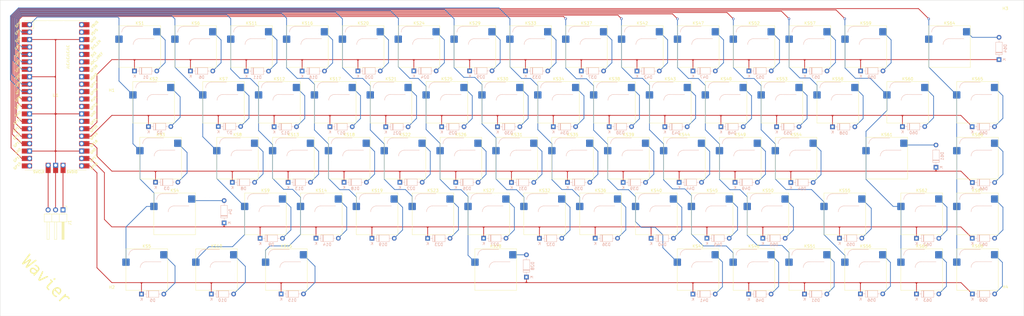
<source format=kicad_pcb>
(kicad_pcb (version 20211014) (generator pcbnew)
  (layers (0 "F.Cu" signal) (31 "B.Cu" signal) (34 "B.Paste" user) (35 "F.Paste" user) (36 "B.SilkS" user "B.Silkscreen") (37 "F.SilkS" user "F.Silkscreen") (38 "B.Mask" user) (39 "F.Mask" user) (44 "Edge.Cuts" user))
  (net 0 "")
  (net 1 "row0")
  (net 2 "Net-(D1-Pad2)")
  (net 3 "row1")
  (net 4 "Net-(D2-Pad2)")
  (net 5 "row2")
  (net 6 "Net-(D3-Pad2)")
  (net 7 "row3")
  (net 8 "Net-(D4-Pad2)")
  (net 9 "row4")
  (net 10 "Net-(D5-Pad2)")
  (net 11 "Net-(D6-Pad2)")
  (net 12 "Net-(D7-Pad2)")
  (net 13 "Net-(D8-Pad2)")
  (net 14 "Net-(D9-Pad2)")
  (net 15 "Net-(D10-Pad2)")
  (net 16 "Net-(D11-Pad2)")
  (net 17 "Net-(D12-Pad2)")
  (net 18 "Net-(D13-Pad2)")
  (net 19 "Net-(D14-Pad2)")
  (net 20 "Net-(D15-Pad2)")
  (net 21 "Net-(D16-Pad2)")
  (net 22 "Net-(D17-Pad2)")
  (net 23 "Net-(D18-Pad2)")
  (net 24 "Net-(D19-Pad2)")
  (net 25 "Net-(D20-Pad2)")
  (net 26 "Net-(D21-Pad2)")
  (net 27 "Net-(D22-Pad2)")
  (net 28 "Net-(D23-Pad2)")
  (net 29 "Net-(D24-Pad2)")
  (net 30 "Net-(D25-Pad2)")
  (net 31 "Net-(D26-Pad2)")
  (net 32 "Net-(D27-Pad2)")
  (net 33 "Net-(D28-Pad2)")
  (net 34 "Net-(D29-Pad2)")
  (net 35 "Net-(D30-Pad2)")
  (net 36 "Net-(D31-Pad2)")
  (net 37 "Net-(D32-Pad2)")
  (net 38 "Net-(D33-Pad2)")
  (net 39 "Net-(D34-Pad2)")
  (net 40 "Net-(D35-Pad2)")
  (net 41 "Net-(D36-Pad2)")
  (net 42 "Net-(D37-Pad2)")
  (net 43 "Net-(D38-Pad2)")
  (net 44 "Net-(D39-Pad2)")
  (net 45 "Net-(D40-Pad2)")
  (net 46 "Net-(D41-Pad2)")
  (net 47 "Net-(D42-Pad2)")
  (net 48 "Net-(D43-Pad2)")
  (net 49 "Net-(D44-Pad2)")
  (net 50 "Net-(D45-Pad2)")
  (net 51 "Net-(D46-Pad2)")
  (net 52 "Net-(D47-Pad2)")
  (net 53 "Net-(D48-Pad2)")
  (net 54 "Net-(D49-Pad2)")
  (net 55 "Net-(D50-Pad2)")
  (net 56 "Net-(D51-Pad2)")
  (net 57 "Net-(D52-Pad2)")
  (net 58 "Net-(D53-Pad2)")
  (net 59 "Net-(D54-Pad2)")
  (net 60 "Net-(D55-Pad2)")
  (net 61 "Net-(D56-Pad2)")
  (net 62 "Net-(D57-Pad2)")
  (net 63 "Net-(D58-Pad2)")
  (net 64 "Net-(D59-Pad2)")
  (net 65 "Net-(D60-Pad2)")
  (net 66 "Net-(D61-Pad2)")
  (net 67 "Net-(D62-Pad2)")
  (net 68 "Net-(D63-Pad2)")
  (net 69 "Net-(D64-Pad2)")
  (net 70 "Net-(D65-Pad2)")
  (net 71 "Net-(D66-Pad2)")
  (net 72 "Net-(D67-Pad2)")
  (net 73 "Net-(D68-Pad2)")
  (net 74 "SWDIO")
  (net 75 "GND")
  (net 76 "SWCLK")
  (net 77 "col0")
  (net 78 "col1")
  (net 79 "col2")
  (net 80 "col3")
  (net 81 "col4")
  (net 82 "col5")
  (net 83 "col6")
  (net 84 "col7")
  (net 85 "col8")
  (net 86 "col9")
  (net 87 "col10")
  (net 88 "col11")
  (net 89 "col12")
  (net 90 "col13")
  (net 91 "col14")
  (footprint "Switch_Keyboard_Hotswap_Kailh:SW_Hotswap_Kailh_MX_1.00u" (layer "F.Cu") (at 300.0502 92.075)
    (fp_text reference "KS50")
    (fp_text value "KeySocket")
  )
  (footprint "Switch_Keyboard_Hotswap_Kailh:SW_Hotswap_Kailh_MX_1.00u" (layer "F.Cu") (at 323.85 53.975)
    (fp_text reference "KS58")
    (fp_text value "KeySocket")
  )
  (footprint "Switch_Keyboard_Hotswap_Kailh:SW_Hotswap_Kailh_MX_1.00u" (layer "F.Cu") (at 142.9004 34.925)
    (fp_text reference "KS16")
    (fp_text value "KeySocket")
  )
  (footprint "Switch_Keyboard_Hotswap_Kailh:SW_Hotswap_Kailh_MX_1.00u" (layer "F.Cu") (at 204.8002 92.075)
    (fp_text reference "KS27")
    (fp_text value "KeySocket")
  )
  (footprint "Switch_Keyboard_Hotswap_Kailh:SW_Hotswap_Kailh_MX_1.00u" (layer "F.Cu") (at 152.4 53.975)
    (fp_text reference "KS17")
    (fp_text value "KeySocket")
  )
  (footprint "Switch_Keyboard_Hotswap_Kailh:SW_Hotswap_Kailh_MX_1.00u" (layer "F.Cu") (at 214.3252 73.025)
    (fp_text reference "KS31")
    (fp_text value "KeySocket")
  )
  (footprint "Switch_Keyboard_Hotswap_Kailh:SW_Hotswap_Kailh_MX_1.75u" (layer "F.Cu") (at 326.2376 92.075)
    (fp_text reference "KS55")
    (fp_text value "KeySocket")
  )
  (footprint "Switch_Keyboard_Hotswap_Kailh:SW_Hotswap_Kailh_MX_1.00u" (layer "F.Cu") (at 309.626 73.025)
    (fp_text reference "KS54")
    (fp_text value "KeySocket")
  )
  (footprint "Switch_Keyboard_Hotswap_Kailh:SW_Hotswap_Kailh_MX_1.25u" (layer "F.Cu") (at 135.7376 111.125)
    (fp_text reference "KS15")
    (fp_text value "KeySocket")
  )
  (footprint "Switch_Keyboard_Hotswap_Kailh:SW_Hotswap_Kailh_MX_1.00u" (layer "F.Cu") (at 304.8 53.975)
    (fp_text reference "KS53")
    (fp_text value "KeySocket")
  )
  (footprint "Switch_Keyboard_Hotswap_Kailh:SW_Hotswap_Kailh_MX_1.00u" (layer "F.Cu") (at 314.2996 111.125)
    (fp_text reference "KS51")
    (fp_text value "KeySocket")
  )
  (footprint "Switch_Keyboard_Hotswap_Kailh:SW_Hotswap_Kailh_MX_6.25u" (layer "F.Cu") (at 207.1624 111.125)
    (fp_text reference "KS28")
    (fp_text value "KeySocket")
  )
  (footprint "Switch_Keyboard_Hotswap_Kailh:SW_Hotswap_Kailh_MX_2.25u" (layer "F.Cu") (at 340.5632 73.025)
    (fp_text reference "KS61")
    (fp_text value "KeySocket")
  )
  (footprint "logo:logo" (layer "F.Cu") (at 53.66 114.23 -45)
    (fp_text reference "G***" hide)
    (fp_text value "LOGO" hide)
  )
  (footprint "Switch_Keyboard_Hotswap_Kailh:SW_Hotswap_Kailh_MX_1.00u" (layer "F.Cu") (at 185.7502 92.075)
    (fp_text reference "KS23")
    (fp_text value "KeySocket")
  )
  (footprint "Switch_Keyboard_Hotswap_Kailh:SW_Hotswap_Kailh_MX_1.00u" (layer "F.Cu") (at 190.5 53.975)
    (fp_text reference "KS25")
    (fp_text value "KeySocket")
  )
  (footprint "Switch_Keyboard_Hotswap_Kailh:SW_Hotswap_Kailh_MX_1.00u" (layer "F.Cu") (at 371.5258 92.075)
    (fp_text reference "KS67")
    (fp_text value "KeySocket")
  )
  (footprint "Mounting_Keyboard_Stabilizer:Stabilizer_Cherry_MX_2.00u" (layer "F.Cu") (at 97.6376 92.075)
    (fp_text reference "REF**" hide)
    (fp_text value "Stabilizer_Cherry_MX_2.00u")
  )
  (footprint "Switch_Keyboard_Hotswap_Kailh:SW_Hotswap_Kailh_MX_1.00u" (layer "F.Cu") (at 352.4758 111.125)
    (fp_text reference "KS63")
    (fp_text value "KeySocket")
  )
  (footprint "Switch_Keyboard_Hotswap_Kailh:SW_Hotswap_Kailh_MX_1.00u" (layer "F.Cu") (at 200.0504 34.925)
    (fp_text reference "KS29")
    (fp_text value "KeySocket")
  )
  (footprint "Switch_Keyboard_Hotswap_Kailh:SW_Hotswap_Kailh_MX_1.00u" (layer "F.Cu") (at 276.1996 111.125)
    (fp_text reference "KS41")
    (fp_text value "KeySocket")
  )
  (footprint "Switch_Keyboard_Hotswap_Kailh:SW_Hotswap_Kailh_MX_1.00u" (layer "F.Cu") (at 238.125 34.925)
    (fp_text reference "KS37")
    (fp_text value "KeySocket")
  )
  (footprint "Switch_Keyboard_Hotswap_Kailh:SW_Hotswap_Kailh_MX_1.00u" (layer "F.Cu") (at 166.7002 92.075)
    (fp_text reference "KS19")
    (fp_text value "KeySocket")
  )
  (footprint "Switch_Keyboard_Hotswap_Kailh:SW_Hotswap_Kailh_MX_1.00u" (layer "F.Cu") (at 138.1252 73.025)
    (fp_text reference "KS13")
    (fp_text value "KeySocket")
  )
  (footprint "Switch_Keyboard_Hotswap_Kailh:SW_Hotswap_Kailh_MX_1.00u" (layer "F.Cu") (at 104.8004 34.925)
    (fp_text reference "KS6")
    (fp_text value "KeySocket")
  )
  (footprint "Mounting_Keyboard_Stabilizer:Stabilizer_Cherry_MX_2.00u" (layer "F.Cu") (at 340.5632 73.025)
    (fp_text reference "REF**" hide)
    (fp_text value "Stabilizer_Cherry_MX_2.00u")
  )
  (footprint "MountingHole:MountingHole_2.5mm" (layer "F.Cu") (at 381 120.523)
    (fp_text reference "H4")
    (fp_text value "MountingHole")
  )
  (footprint "Switch_Keyboard_Hotswap_Kailh:SW_Hotswap_Kailh_MX_2.25u" (layer "F.Cu") (at 97.6376 92.075)
    (fp_text reference "KS4")
    (fp_text value "KeySocket")
  )
  (footprint "Switch_Keyboard_Hotswap_Kailh:SW_Hotswap_Kailh_MX_1.00u" (layer "F.Cu") (at 285.75 53.975)
    (fp_text reference "KS48")
    (fp_text value "KeySocket")
  )
  (footprint "Switch_Keyboard_Hotswap_Kailh:SW_Hotswap_Kailh_MX_1.00u" (layer "F.Cu") (at 371.5258 73.025)
    (fp_text reference "KS66")
    (fp_text value "KeySocket")
  )
  (footprint "Switch_Keyboard_Hotswap_Kailh:SW_Hotswap_Kailh_MX_1.00u" (layer "F.Cu") (at 276.2504 34.925)
    (fp_text reference "KS47")
    (fp_text value "KeySocket")
  )
  (footprint "Switch_Keyboard_Hotswap_Kailh:SW_Hotswap_Kailh_MX_1.00u" (layer "F.Cu") (at 171.45 53.975)
    (fp_text reference "KS21")
    (fp_text value "KeySocket")
  )
  (footprint "Switch_Keyboard_Hotswap_Kailh:SW_Hotswap_Kailh_MX_1.00u" (layer "F.Cu") (at 133.35 53.975)
    (fp_text reference "KS12")
    (fp_text value "KeySocket")
  )
  (footprint "Switch_Keyboard_Hotswap_Kailh:SW_Hotswap_Kailh_MX_1.00u" (layer "F.Cu") (at 271.526 73.025)
    (fp_text reference "KS44")
    (fp_text value "KeySocket")
  )
  (footprint "Switch_Keyboard_Hotswap_Kailh:SW_Hotswap_Kailh_MX_1.00u" (layer "F.Cu") (at 314.3504 34.925)
    (fp_text reference "KS57")
    (fp_text value "KeySocket")
  )
  (footprint "Switch_Keyboard_Hotswap_Kailh:SW_Hotswap_Kailh_MX_1.00u" (layer "F.Cu") (at 295.3004 34.925)
    (fp_text reference "KS52")
    (fp_text value "KeySocket")
  )
  (footprint "Switch_Keyboard_Hotswap_Kailh:SW_Hotswap_Kailh_MX_1.00u" (layer "F.Cu") (at 223.8502 92.075)
    (fp_text reference "KS32")
    (fp_text value "KeySocket")
  )
  (footprint "Switch_Keyboard_Hotswap_Kailh:SW_Hotswap_Kailh_MX_1.00u" (layer "F.Cu") (at 114.3 53.975)
    (fp_text reference "KS7")
    (fp_text value "KeySocket")
  )
  (footprint "Switch_Keyboard_Hotswap_Kailh:SW_Hotswap_Kailh_MX_1.75u" (layer "F.Cu") (at 92.8624 73.025)
    (fp_text reference "KS3")
    (fp_text value "KeySocket")
  )
  (footprint "Switch_Keyboard_Hotswap_Kailh:SW_Hotswap_Kailh_MX_1.00u" (layer "F.Cu") (at 290.576 73.025)
    (fp_text reference "KS49")
    (fp_text value "KeySocket")
  )
  (footprint "Switch_Keyboard_Hotswap_Kailh:SW_Hotswap_Kailh_MX_1.50u" (layer "F.Cu") (at 347.7006 53.975)
    (fp_text reference "KS60")
    (fp_text value "KeySocket")
  )
  (footprint "Switch_Keyboard_Hotswap_Kailh:SW_Hotswap_Kailh_MX_1.00u" (layer "F.Cu") (at 233.4006 73.025)
    (fp_text reference "KS35")
    (fp_text value "KeySocket")
  )
  (footprint "MountingHole:MountingHole_2.5mm" (layer "F.Cu") (at 76.1492 53.34)
    (fp_text reference "H1")
    (fp_text value "MountingHole")
  )
  (footprint "Switch_Keyboard_Hotswap_Kailh:SW_Hotswap_Kailh_MX_1.00u" (layer "F.Cu") (at 157.1752 73.025)
    (fp_text reference "KS18")
    (fp_text value "KeySocket")
  )
  (footprint "Switch_Keyboard_Hotswap_Kailh:SW_Hotswap_Kailh_MX_1.25u" (layer "F.Cu") (at 111.9378 111.125)
    (fp_text reference "KS10")
    (fp_text value "KeySocket")
  )
  (footprint "Mounting_Keyboard_Stabilizer:Stabilizer_Cherry_MX_6.25u" (layer "F.Cu") (at 207.1624 111.125)
    (fp_text reference "REF**" hide)
    (fp_text value "Stabilizer_Cherry_MX_6.25u")
  )
  (footprint "Switch_Keyboard_Hotswap_Kailh:SW_Hotswap_Kailh_MX_1.00u" (layer "F.Cu") (at 128.6002 92.075)
    (fp_text reference "KS9")
    (fp_text value "KeySocket")
  )
  (footprint "Switch_Keyboard_Hotswap_Kailh:SW_Hotswap_Kailh_MX_1.00u" (layer "F.Cu") (at 242.9002 92.075)
    (fp_text reference "KS36")
    (fp_text value "KeySocket")
  )
  (footprint "Switch_Keyboard_Hotswap_Kailh:SW_Hotswap_Kailh_MX_1.00u" (layer "F.Cu") (at 281.0002 92.075)
    (fp_text reference "KS45")
    (fp_text value "KeySocket")
  )
  (footprint "Switch_Keyboard_Hotswap_Kailh:SW_Hotswap_Kailh_MX_1.00u" (layer "F.Cu") (at 333.4004 34.925)
    (fp_text reference "KS59")
    (fp_text value "KeySocket")
  )
  (footprint "Switch_Keyboard_Hotswap_Kailh:SW_Hotswap_Kailh_MX_1.00u" (layer "F.Cu") (at 295.2496 111.125)
    (fp_text reference "KS46")
    (fp_text value "KeySocket")
  )
  (footprint "Switch_Keyboard_Hotswap_Kailh:SW_Hotswap_Kailh_MX_1.00u" (layer "F.Cu") (at 219.075 34.925)
    (fp_text reference "KS33")
    (fp_text value "KeySocket")
  )
  (footprint "Switch_Keyboard_Hotswap_Kailh:SW_Hotswap_Kailh_MX_1.00u" (layer "F.Cu") (at 352.4758 92.075)
    (fp_text reference "KS62")
    (fp_text value "KeySocket")
  )
  (footprint "Switch_Keyboard_Hotswap_Kailh:SW_Hotswap_Kailh_MX_1.00u" (layer "F.Cu") (at 247.65 53.975)
    (fp_text reference "KS38")
    (fp_text value "KeySocket")
  )
  (footprint "Switch_Keyboard_Hotswap_Kailh:SW_Hotswap_Kailh_MX_1.00u" (layer "F.Cu") (at 228.6 53.975)
    (fp_text reference "KS34")
    (fp_text value "KeySocket")
  )
  (footprint "Switch_Keyboard_Hotswap_Kailh:SW_Hotswap_Kailh_MX_1.50u" (layer "F.Cu") (at 90.4748 53.975)
    (fp_text reference "KS2")
    (fp_text value "KeySocket")
  )
  (footprint "Switch_Keyboard_Hotswap_Kailh:SW_Hotswap_Kailh_MX_1.00u" (layer "F.Cu") (at 371.5258 111.0996)
    (fp_text reference "KS68")
    (fp_text value "KeySocket")
  )
  (footprint "Switch_Keyboard_Hotswap_Kailh:SW_Hotswap_Kailh_MX_1.00u" (layer "F.Cu") (at 85.725 34.925)
    (fp_text reference "KS1")
    (fp_text value "KeySocket")
  )
  (footprint "Mounting_Keyboard_Stabilizer:Stabilizer_Cherry_MX_2.00u" (layer "F.Cu") (at 361.9754 34.925)
    (fp_text reference "REF**" hide)
    (fp_text value "Stabilizer_Cherry_MX_2.00u")
  )
  (footprint "Switch_Keyboard_Hotswap_Kailh:SW_Hotswap_Kailh_MX_1.00u" (layer "F.Cu") (at 257.175 34.925)
    (fp_text reference locked "KS42")
    (fp_text value "KeySocket")
  )
  (footprint "MountingHole:MountingHole_2.5mm" (layer "F.Cu") (at 381 25.4)
    (fp_text reference "H3")
    (fp_text value "MountingHole")
  )
  (footprint "MountingHole:MountingHole_2.5mm" (layer "F.Cu") (at 76.2 120.65)
    (fp_text reference "H2")
    (fp_text value "MountingHole")
  )
  (footprint "Switch_Keyboard_Hotswap_Kailh:SW_Hotswap_Kailh_MX_1.25u" (layer "F.Cu") (at 88.1126 111.125)
    (fp_text reference "KS5")
    (fp_text value "KeySocket")
  )
  (footprint "Switch_Keyboard_Hotswap_Kailh:SW_Hotswap_Kailh_MX_1.00u" (layer "F.Cu") (at 209.55 53.975)
    (fp_text reference "KS30")
    (fp_text value "KeySocket")
  )
  (footprint "Switch_Keyboard_Hotswap_Kailh:SW_Hotswap_Kailh_MX_1.00u" (layer "F.Cu") (at 252.4506 73.025)
    (fp_text reference "KS39")
    (fp_text value "KeySocket")
  )
  (footprint "Switch_Keyboard_Hotswap_Kailh:SW_Hotswap_Kailh_MX_1.00u" (layer "F.Cu") (at 176.2252 73.025)
    (fp_text reference "KS22")
    (fp_text value "KeySocket")
  )
  (footprint "Switch_Keyboard_Hotswap_Kailh:SW_Hotswap_Kailh_MX_1.00u" (layer "F.Cu") (at 147.6502 92.075)
    (fp_text reference "KS14")
    (fp_text value "KeySocket")
  )
  (footprint "Switch_Keyboard_Hotswap_Kailh:SW_Hotswap_Kailh_MX_1.00u" (layer "F.Cu") (at 181.0004 34.925)
    (fp_text reference "KS24")
    (fp_text value "KeySocket")
  )
  (footprint "Switch_Keyboard_Hotswap_Kailh:SW_Hotswap_Kailh_MX_2.00u" (layer "F.Cu") (at 361.9754 34.925)
    (fp_text reference "KS64")
    (fp_text value "KeySocket")
  )
  (footprint "Switch_Keyboard_Hotswap_Kailh:SW_Hotswap_Kailh_MX_1.00u" (layer "F.Cu") (at 266.7 53.975)
    (fp_text reference "KS43")
    (fp_text value "KeySocket")
  )
  (footprint "Switch_Keyboard_Hotswap_Kailh:SW_Hotswap_Kailh_MX_1.00u" (layer "F.Cu") (at 261.9502 92.075)
    (fp_text reference locked "KS40")
    (fp_text value locked "KeySocket")
  )
  (footprint "Switch_Keyboard_Hotswap_Kailh:SW_Hotswap_Kailh_MX_1.00u" (layer "F.Cu") (at 371.5004 53.975)
    (fp_text reference "KS65")
    (fp_text value "KeySocket")
  )
  (footprint "Switch_Keyboard_Hotswap_Kailh:SW_Hotswap_Kailh_MX_1.00u" (layer "F.Cu") (at 123.8504 34.925)
    (fp_text reference "KS11")
    (fp_text value "KeySocket")
  )
  (footprint "RPi_Pico:RPi_Pico_SMD_TH" (layer "F.Cu") (at 57.023 51.562)
    (fp_text reference "U1")
    (fp_text value "Pico")
  )
  (footprint "Switch_Keyboard_Hotswap_Kailh:SW_Hotswap_Kailh_MX_1.00u" (layer "F.Cu") (at 333.3496 111.125)
    (fp_text reference "KS56")
    (fp_text value "KeySocket")
  )
  (footprint "Switch_Keyboard_Hotswap_Kailh:SW_Hotswap_Kailh_MX_1.00u" (layer "F.Cu") (at 195.2752 73.025)
    (fp_text reference "KS26")
    (fp_text value "KeySocket")
  )
  (footprint "Switch_Keyboard_Hotswap_Kailh:SW_Hotswap_Kailh_MX_1.00u" (layer "F.Cu") (at 161.9504 34.925)
    (fp_text reference "KS20")
    (fp_text value "KeySocket")
  )
  (footprint "Connector_PinHeader_2.54mm:PinHeader_1x03_P2.54mm_Horizontal" (layer "F.Cu") (at 59.548 90.704294 -90)
    (fp_text reference "J1")
    (fp_text value "Conn_01x03")
  )
  (footprint "Switch_Keyboard_Hotswap_Kailh:SW_Hotswap_Kailh_MX_1.00u" (layer "F.Cu") (at 119.0752 73.025)
    (fp_text reference "KS8")
    (fp_text value "KeySocket")
  )
  (footprint "Diode_THT:D_DO-35_SOD27_P7.62mm_Horizontal" (layer "B.Cu") (at 350.6978 119.4308)
    (fp_text reference "D63")
    (fp_text value "1N4148")
  )
  (footprint "Diode_THT:D_DO-35_SOD27_P7.62mm_Horizontal" (layer "B.Cu") (at 164.9222 100.4316)
    (fp_text reference "D19")
    (fp_text value "1N4148")
  )
  (footprint "Diode_THT:D_DO-35_SOD27_P7.62mm_Horizontal" (layer "B.Cu") (at 131.572 62.3062)
    (fp_text reference "D12")
    (fp_text value "1N4148")
  )
  (footprint "Diode_THT:D_DO-35_SOD27_P7.62mm_Horizontal" (layer "B.Cu") (at 250.6472 81.3308)
    (fp_text reference "D39")
    (fp_text value "1N4148")
  )
  (footprint "Diode_THT:D_DO-35_SOD27_P7.62mm_Horizontal" (layer "B.Cu") (at 350.6978 100.4316)
    (fp_text reference "D62")
    (fp_text value "1N4148")
  )
  (footprint "Diode_THT:D_DO-35_SOD27_P7.62mm_Horizontal" (layer "B.Cu") (at 322.0466 62.3316)
    (fp_text reference "D58")
    (fp_text value "1N4148")
  )
  (footprint "Diode_THT:D_DO-35_SOD27_P7.62mm_Horizontal" (layer "B.Cu") (at 298.2722 100.4062)
    (fp_text reference "D50")
    (fp_text value "1N4148")
  )
  (footprint "Diode_THT:D_DO-35_SOD27_P7.62mm_Horizontal" (layer "B.Cu") (at 217.63 113.68 90)
    (fp_text reference "D28")
    (fp_text value "1N4148")
  )
  (footprint "Diode_THT:D_DO-35_SOD27_P7.62mm_Horizontal" (layer "B.Cu") (at 193.5226 81.3054)
    (fp_text reference "D26")
    (fp_text value "1N4148")
  )
  (footprint "Diode_THT:D_DO-35_SOD27_P7.62mm_Horizontal" (layer "B.Cu") (at 255.3462 43.2816)
    (fp_text reference "D42")
    (fp_text value "1N4148")
  )
  (footprint "Diode_THT:D_DO-35_SOD27_P7.62mm_Horizontal" (layer "B.Cu") (at 179.2224 43.2308)
    (fp_text reference "D24")
    (fp_text value "1N4148")
  )
  (footprint "Diode_THT:D_DO-35_SOD27_P7.62mm_Horizontal" (layer "B.Cu") (at 331.6478 43.2308)
    (fp_text reference "D59")
    (fp_text value "1N4148")
  )
  (footprint "Diode_THT:D_DO-35_SOD27_P7.62mm_Horizontal" (layer "B.Cu") (at 150.5966 62.3062)
    (fp_text reference "D17")
    (fp_text value "1N4148")
  )
  (footprint "Diode_THT:D_DO-35_SOD27_P7.62mm_Horizontal" (layer "B.Cu") (at 312.4962 119.4562)
    (fp_text reference "D51")
    (fp_text value "1N4148")
  )
  (footprint "Diode_THT:D_DO-35_SOD27_P7.62mm_Horizontal" (layer "B.Cu") (at 307.8226 81.3562)
    (fp_text reference "D54")
    (fp_text value "1N4148")
  )
  (footprint "Diode_THT:D_DO-35_SOD27_P7.62mm_Horizontal" (layer "B.Cu") (at 378.86 39.37 90)
    (fp_text reference "D64")
    (fp_text value "1N4148")
  )
  (footprint "Diode_THT:D_DO-35_SOD27_P7.62mm_Horizontal" (layer "B.Cu") (at 103.0224 43.2562)
    (fp_text reference "D6")
    (fp_text value "1N4148")
  )
  (footprint "Diode_THT:D_DO-35_SOD27_P7.62mm_Horizontal" (layer "B.Cu") (at 245.872 62.2808)
    (fp_text reference "D38")
    (fp_text value "1N4148")
  )
  (footprint "Diode_THT:D_DO-35_SOD27_P7.62mm_Horizontal" (layer "B.Cu") (at 241.0968 100.4062)
    (fp_text reference "D36")
    (fp_text value "1N4148")
  )
  (footprint "Diode_THT:D_DO-35_SOD27_P7.62mm_Horizontal" (layer "B.Cu") (at 369.697 62.2808)
    (fp_text reference "D65")
    (fp_text value "1N4148")
  )
  (footprint "Diode_THT:D_DO-35_SOD27_P7.62mm_Horizontal" (layer "B.Cu") (at 174.4472 81.28)
    (fp_text reference "D22")
    (fp_text value "1N4148")
  )
  (footprint "Diode_THT:D_DO-35_SOD27_P7.62mm_Horizontal" (layer "B.Cu") (at 269.748 81.3054)
    (fp_text reference "D44")
    (fp_text value "1N4148")
  )
  (footprint "Diode_THT:D_DO-35_SOD27_P7.62mm_Horizontal" (layer "B.Cu") (at 136.3472 81.3054)
    (fp_text reference "D13")
    (fp_text value "1N4148")
  )
  (footprint "Diode_THT:D_DO-35_SOD27_P7.62mm_Horizontal" (layer "B.Cu") (at 86.3092 119.4816)
    (fp_text reference "D5")
    (fp_text value "1N4148")
  )
  (footprint "Diode_THT:D_DO-35_SOD27_P7.62mm_Horizontal" (layer "B.Cu") (at 274.4216 119.4816)
    (fp_text reference "D41")
    (fp_text value "1N4148")
  )
  (footprint "Diode_THT:D_DO-35_SOD27_P7.62mm_Horizontal" (layer "B.Cu") (at 117.2972 81.3054)
    (fp_text reference "D8")
    (fp_text value "1N4148")
  )
  (footprint "Diode_THT:D_DO-35_SOD27_P7.62mm_Horizontal" (layer "B.Cu") (at 345.8972 62.2554)
    (fp_text reference "D60")
    (fp_text value "1N4148")
  )
  (footprint "Diode_THT:D_DO-35_SOD27_P7.62mm_Horizontal" (layer "B.Cu") (at 112.522 62.23)
    (fp_text reference "D7")
    (fp_text value "1N4148")
  )
  (footprint "Diode_THT:D_DO-35_SOD27_P7.62mm_Horizontal" (layer "B.Cu") (at 188.722 62.3062)
    (fp_text reference "D25")
    (fp_text value "1N4148")
  )
  (footprint "Diode_THT:D_DO-35_SOD27_P7.62mm_Horizontal" (layer "B.Cu") (at 122.047 43.307)
    (fp_text reference "D11")
    (fp_text value "1N4148")
  )
  (footprint "Diode_THT:D_DO-35_SOD27_P7.62mm_Horizontal" (layer "B.Cu") (at 91.1098 81.2546)
    (fp_text reference "D3")
    (fp_text value "1N4148")
  )
  (footprint "Diode_THT:D_DO-35_SOD27_P7.62mm_Horizontal" (layer "B.Cu") (at 312.547 43.2562)
    (fp_text reference "D57")
    (fp_text value "1N4148")
  )
  (footprint "Diode_THT:D_DO-35_SOD27_P7.62mm_Horizontal" (layer "B.Cu") (at 169.6466 62.3316)
    (fp_text reference "D21")
    (fp_text value "1N4148")
  )
  (footprint "Diode_THT:D_DO-35_SOD27_P7.62mm_Horizontal" (layer "B.Cu") (at 217.297 43.2562)
    (fp_text reference "D33")
    (fp_text value "1N4148")
  )
  (footprint "Diode_THT:D_DO-35_SOD27_P7.62mm_Horizontal" (layer "B.Cu") (at 126.7968 100.4316)
    (fp_text reference "D9")
    (fp_text value "1N4148")
  )
  (footprint "Diode_THT:D_DO-35_SOD27_P7.62mm_Horizontal" (layer "B.Cu") (at 274.447 43.2562)
    (fp_text reference "D47")
    (fp_text value "1N4148")
  )
  (footprint "Diode_THT:D_DO-35_SOD27_P7.62mm_Horizontal" (layer "B.Cu") (at 198.2724 43.2054)
    (fp_text reference "D29")
    (fp_text value "1N4148")
  )
  (footprint "Diode_THT:D_DO-35_SOD27_P7.62mm_Horizontal" (layer "B.Cu") (at 302.9966 62.3062)
    (fp_text reference "D53")
    (fp_text value "1N4148")
  )
  (footprint "Diode_THT:D_DO-35_SOD27_P7.62mm_Horizontal" (layer "B.Cu") (at 155.4226 81.28)
    (fp_text reference "D18")
    (fp_text value "1N4148")
  )
  (footprint "Diode_THT:D_DO-35_SOD27_P7.62mm_Horizontal" (layer "B.Cu") (at 83.9216 43.2562)
    (fp_text reference "D1")
    (fp_text value "1N4148")
  )
  (footprint "Diode_THT:D_DO-35_SOD27_P7.62mm_Horizontal" (layer "B.Cu") (at 283.972 62.3062)
    (fp_text reference "D48")
    (fp_text value "1N4148")
  )
  (footprint "Diode_THT:D_DO-35_SOD27_P7.62mm_Horizontal" (layer "B.Cu") (at 236.347 43.2562)
    (fp_text reference "D37")
    (fp_text value "1N4148")
  )
  (footprint "Diode_THT:D_DO-35_SOD27_P7.62mm_Horizontal" (layer "B.Cu") (at 279.1968 100.4062)
    (fp_text reference "D45")
    (fp_text value "1N4148")
  )
  (footprint "Diode_THT:D_DO-35_SOD27_P7.62mm_Horizontal" (layer "B.Cu") (at 264.8458 62.3062)
    (fp_text reference "D43")
    (fp_text value "1N4148")
  )
  (footprint "Diode_THT:D_DO-35_SOD27_P7.62mm_Horizontal" (layer "B.Cu") (at 331.5716 119.4054)
    (fp_text reference "D56")
    (fp_text value "1N4148")
  )
  (footprint "Diode_THT:D_DO-35_SOD27_P7.62mm_Horizontal" (layer "B.Cu") (at 222.0722 100.4316)
    (fp_text reference "D32")
    (fp_text value "1N4148")
  )
  (footprint "Diode_THT:D_DO-35_SOD27_P7.62mm_Horizontal" (layer "B.Cu") (at 288.798 81.3054)
    (fp_text reference "D49")
    (fp_text value "1N4148")
  )
  (footprint "Diode_THT:D_DO-35_SOD27_P7.62mm_Horizontal" (layer "B.Cu") (at 260.1722 100.4316)
    (fp_text reference "D40")
    (fp_text value "1N4148")
  )
  (footprint "Diode_THT:D_DO-35_SOD27_P7.62mm_Horizontal" (layer "B.Cu") (at 293.4716 119.4816)
    (fp_text reference "D46")
    (fp_text value "1N4148")
  )
  (footprint "Diode_THT:D_DO-35_SOD27_P7.62mm_Horizontal" (layer "B.Cu") (at 357.35 76.17 90)
    (fp_text reference "D61")
    (fp_text value "1N4148")
  )
  (footprint "Diode_THT:D_DO-35_SOD27_P7.62mm_Horizontal" (layer "B.Cu") (at 369.7478 119.4308)
    (fp_text reference "D68")
    (fp_text value "1N4148")
  )
  (footprint "Diode_THT:D_DO-35_SOD27_P7.62mm_Horizontal" (layer "B.Cu") (at 160.147 43.2562)
    (fp_text reference "D20")
    (fp_text value "1N4148")
  )
  (footprint "Diode_THT:D_DO-35_SOD27_P7.62mm_Horizontal" (layer "B.Cu") (at 369.7478 81.3562)
    (fp_text reference "D66")
    (fp_text value "1N4148")
  )
  (footprint "Diode_THT:D_DO-35_SOD27_P7.62mm_Horizontal" (layer "B.Cu") (at 207.772 62.3062)
    (fp_text reference "D30")
    (fp_text value "1N4148")
  )
  (footprint "Diode_THT:D_DO-35_SOD27_P7.62mm_Horizontal" (layer "B.Cu") (at 133.9596 119.4308)
    (fp_text reference "D15")
    (fp_text value "1N4148")
  )
  (footprint "Diode_THT:D_DO-35_SOD27_P7.62mm_Horizontal" (layer "B.Cu") (at 110.1344 119.4562)
    (fp_text reference "D10")
    (fp_text value "1N4148")
  )
  (footprint "Diode_THT:D_DO-35_SOD27_P7.62mm_Horizontal" (layer "B.Cu") (at 88.6968 62.2554)
    (fp_text reference "D2")
    (fp_text value "1N4148")
  )
  (footprint "Diode_THT:D_DO-35_SOD27_P7.62mm_Horizontal" (layer "B.Cu") (at 226.7966 62.2808)
    (fp_text reference "D34")
    (fp_text value "1N4148")
  )
  (footprint "Diode_THT:D_DO-35_SOD27_P7.62mm_Horizontal" (layer "B.Cu") (at 141.1224 43.2816)
    (fp_text reference "D16")
    (fp_text value "1N4148")
  )
  (footprint "Diode_THT:D_DO-35_SOD27_P7.62mm_Horizontal" (layer "B.Cu") (at 231.6226 81.3054)
    (fp_text reference "D35")
    (fp_text value "1N4148")
  )
  (footprint "Diode_THT:D_DO-35_SOD27_P7.62mm_Horizontal" (layer "B.Cu") (at 212.5218 81.3308)
    (fp_text reference "D31")
    (fp_text value "1N4148")
  )
  (footprint "Diode_THT:D_DO-35_SOD27_P7.62mm_Horizontal" (layer "B.Cu") (at 369.7224 100.4062)
    (fp_text reference "D67")
    (fp_text value "1N4148")
  )
  (footprint "Diode_THT:D_DO-35_SOD27_P7.62mm_Horizontal" (layer "B.Cu") (at 145.8468 100.4062)
    (fp_text reference "D14")
    (fp_text value "1N4148")
  )
  (footprint "Diode_THT:D_DO-35_SOD27_P7.62mm_Horizontal" (layer "B.Cu") (at 324.4342 100.3808)
    (fp_text reference "D55")
    (fp_text value "1N4148")
  )
  (footprint "Diode_THT:D_DO-35_SOD27_P7.62mm_Horizontal" (layer "B.Cu") (at 293.5224 43.2308)
    (fp_text reference "D52")
    (fp_text value "1N4148")
  )
  (footprint "Diode_THT:D_DO-35_SOD27_P7.62mm_Horizontal" (layer "B.Cu") (at 203.0476 100.4062)
    (fp_text reference "D27")
    (fp_text value "1N4148")
  )
  (footprint "Diode_THT:D_DO-35_SOD27_P7.62mm_Horizontal" (layer "B.Cu") (at 114.51 95.16 90)
    (fp_text reference "D4")
    (fp_text value "1N4148")
  )
  (footprint "Diode_THT:D_DO-35_SOD27_P7.62mm_Horizontal" (layer "B.Cu") (at 183.9468 100.4316)
    (fp_text reference "D23")
    (fp_text value "1N4148")
  )
  (gr_rect locked (start 387.35 127) (end 38.1 19.05) (layer "Edge.Cuts") (width 0.1) (fill none))
  (gr_text "JLCJLCJLCJLC" (at 61.24 38.5 90) (layer "F.SilkS") (effects (font (size 0.8 0.8))))
  (segment locked (start 293.8018 39.37) (end 293.5224 39.37) (width 0.25) (layer "F.Cu") (net 1))
  (segment locked (start 83.9216 39.6494) (end 83.9216 39.37) (width 0.25) (layer "F.Cu") (net 1))
  (segment locked (start 217.297 39.6494) (end 217.297 39.37) (width 0.25) (layer "F.Cu") (net 1))
  (segment locked (start 198.2724 39.37) (end 197.993 39.37) (width 0.25) (layer "F.Cu") (net 1))
  (segment locked (start 160.4264 39.37) (end 160.147 39.6494) (width 0.25) (layer "F.Cu") (net 1))
  (segment locked (start 217.0176 39.37) (end 198.5518 39.37) (width 0.25) (layer "F.Cu") (net 1))
  (segment locked (start 122.047 39.37) (end 121.7676 39.37) (width 0.25) (layer "F.Cu") (net 1))
  (segment locked (start 103.0224 39.6494) (end 103.0224 39.37) (width 0.25) (layer "F.Cu") (net 1))
  (segment locked (start 198.2724 39.6494) (end 197.993 39.37) (width 0.25) (layer "F.Cu") (net 1))
  (segment locked (start 159.8676 39.37) (end 141.4018 39.37) (width 0.25) (layer "F.Cu") (net 1))
  (segment locked (start 293.5224 43.2308) (end 293.5224 39.6494) (width 0.25) (layer "F.Cu") (net 1))
  (segment locked (start 160.4264 39.37) (end 160.147 39.37) (width 0.25) (layer "F.Cu") (net 1))
  (segment locked (start 312.547 39.6494) (end 312.547 39.37) (width 0.25) (layer "F.Cu") (net 1))
  (segment locked (start 217.297 43.2562) (end 217.297 39.6494) (width 0.25) (layer "F.Cu") (net 1))
  (segment locked (start 331.9272 39.37) (end 378.86 39.37) (width 0.25) (layer "F.Cu") (net 1))
  (segment locked (start 255.3462 39.37) (end 255.0668 39.37) (width 0.25) (layer "F.Cu") (net 1))
  (segment locked (start 236.6264 39.37) (end 236.347 39.37) (width 0.25) (layer "F.Cu") (net 1))
  (segment locked (start 236.6264 39.37) (end 236.347 39.6494) (width 0.25) (layer "F.Cu") (net 1))
  (segment locked (start 217.5764 39.37) (end 217.297 39.37) (width 0.25) (layer "F.Cu") (net 1))
  (segment locked (start 236.347 39.6494) (end 236.347 39.37) (width 0.25) (layer "F.Cu") (net 1))
  (segment locked (start 217.5764 39.37) (end 217.297 39.6494) (width 0.25) (layer "F.Cu") (net 1))
  (segment locked (start 274.447 39.6494) (end 274.447 39.37) (width 0.25) (layer "F.Cu") (net 1))
  (segment locked (start 274.447 39.6494) (end 274.1676 39.37) (width 0.25) (layer "F.Cu") (net 1))
  (segment locked (start 83.9216 39.37) (end 83.6422 39.37) (width 0.25) (layer "F.Cu") (net 1))
  (segment locked (start 274.447 39.37) (end 274.1676 39.37) (width 0.25) (layer "F.Cu") (net 1))
  (segment locked (start 160.147 39.6494) (end 159.8676 39.37) (width 0.25) (layer "F.Cu") (net 1))
  (segment locked (start 103.0224 43.2562) (end 103.0224 39.6494) (width 0.25) (layer "F.Cu") (net 1))
  (segment locked (start 312.8264 39.37) (end 312.547 39.37) (width 0.25) (layer "F.Cu") (net 1))
  (segment locked (start 217.297 39.6494) (end 217.0176 39.37) (width 0.25) (layer "F.Cu") (net 1))
  (segment locked (start 217.297 39.37) (end 217.0176 39.37) (width 0.25) (layer "F.Cu") (net 1))
  (segment locked (start 83.9216 39.6494) (end 83.6422 39.37) (width 0.25) (layer "F.Cu") (net 1))
  (segment locked (start 255.3462 43.2816) (end 255.3462 39.6494) (width 0.25) (layer "F.Cu") (net 1))
  (segment locked (start 197.993 39.37) (end 179.5018 39.37) (width 0.25) (layer "F.Cu") (net 1))
  (segment locked (start 141.1224 43.2816) (end 141.1224 39.6494) (width 0.25) (layer "F.Cu") (net 1))
  (segment locked (start 331.6478 39.37) (end 331.3684 39.37) (width 0.25) (layer "F.Cu") (net 1))
  (segment locked (start 293.5224 39.6494) (end 293.5224 39.37) (width 0.25) (layer "F.Cu") (net 1))
  (segment locked (start 198.5518 39.37) (end 198.2724 39.6494) (width 0.25) (layer "F.Cu") (net 1))
  (segment locked (start 121.7676 39.37) (end 103.3018 39.37) (width 0.25) (layer "F.Cu") (net 1))
  (segment locked (start 293.5224 39.6494) (end 293.243 39.37) (width 0.25) (layer "F.Cu") (net 1))
  (segment locked (start 198.2724 43.2054) (end 198.2724 39.6494) (width 0.25) (layer "F.Cu") (net 1))
  (segment locked (start 102.743 39.37) (end 84.201 39.37) (width 0.25) (layer "F.Cu") (net 1))
  (segment locked (start 255.0668 39.37) (end 236.6264 39.37) (width 0.25) (layer "F.Cu") (net 1))
  (segment locked (start 76.2 39.37) (end 71.12 44.45) (width 0.25) (layer "F.Cu") (net 1))
  (segment locked (start 331.6478 39.6494) (end 331.3684 39.37) (width 0.25) (layer "F.Cu") (net 1))
  (segment locked (start 103.0224 39.37) (end 102.743 39.37) (width 0.25) (layer "F.Cu") (net 1))
  (segment locked (start 160.147 39.37) (end 159.8676 39.37) (width 0.25) (layer "F.Cu") (net 1))
  (segment locked (start 331.6478 43.2308) (end 331.6478 39.6494) (width 0.25) (layer "F.Cu") (net 1))
  (segment locked (start 122.047 43.307) (end 122.047 39.6494) (width 0.25) (layer "F.Cu") (net 1))
  (segment locked (start 236.0676 39.37) (end 217.5764 39.37) (width 0.25) (layer "F.Cu") (net 1))
  (segment locked (start 331.3684 39.37) (end 312.8264 39.37) (width 0.25) (layer "F.Cu") (net 1))
  (segment locked (start 293.243 39.37) (end 274.7264 39.37) (width 0.25) (layer "F.Cu") (net 1))
  (segment locked (start 179.2224 39.6494) (end 179.2224 39.37) (width 0.25) (layer "F.Cu") (net 1))
  (segment locked (start 84.201 39.37) (end 83.9216 39.6494) (width 0.25) (layer "F.Cu") (net 1))
  (segment locked (start 312.547 39.6494) (end 312.2676 39.37) (width 0.25) (layer "F.Cu") (net 1))
  (segment locked (start 274.1676 39.37) (end 255.6256 39.37) (width 0.25) (layer "F.Cu") (net 1))
  (segment locked (start 141.1224 39.6494) (end 140.843 39.37) (width 0.25) (layer "F.Cu") (net 1))
  (segment locked (start 274.7264 39.37) (end 274.447 39.6494) (width 0.25) (layer "F.Cu") (net 1))
  (segment locked (start 103.3018 39.37) (end 103.0224 39.37) (width 0.25) (layer "F.Cu") (net 1))
  (segment locked (start 331.9272 39.37) (end 331.6478 39.6494) (width 0.25) (layer "F.Cu") (net 1))
  (segment locked (start 312.2676 39.37) (end 293.8018 39.37) (width 0.25) (layer "F.Cu") (net 1))
  (segment locked (start 293.5224 39.37) (end 293.243 39.37) (width 0.25) (layer "F.Cu") (net 1))
  (segment locked (start 84.201 39.37) (end 83.9216 39.37) (width 0.25) (layer "F.Cu") (net 1))
  (segment locked (start 71.12 44.45) (end 71.12 60.7568) (width 0.25) (layer "F.Cu") (net 1))
  (segment locked (start 255.3462 39.6494) (end 255.3462 39.37) (width 0.25) (layer "F.Cu") (net 1))
  (segment locked (start 83.9216 43.2562) (end 83.9216 39.6494) (width 0.25) (layer "F.Cu") (net 1))
  (segment locked (start 312.547 43.2562) (end 312.547 39.6494) (width 0.25) (layer "F.Cu") (net 1))
  (segment locked (start 179.2224 39.37) (end 178.943 39.37) (width 0.25) (layer "F.Cu") (net 1))
  (segment locked (start 198.2724 39.6494) (end 198.2724 39.37) (width 0.25) (layer "F.Cu") (net 1))
  (segment locked (start 179.2224 39.6494) (end 178.943 39.37) (width 0.25) (layer "F.Cu") (net 1))
  (segment locked (start 141.4018 39.37) (end 141.1224 39.6494) (width 0.25) (layer "F.Cu") (net 1))
  (segment locked (start 122.047 39.6494) (end 122.047 39.37) (width 0.25) (layer "F.Cu") (net 1))
  (segment locked (start 141.1224 39.6494) (end 141.1224 39.37) (width 0.25) (layer "F.Cu") (net 1))
  (segment locked (start 236.347 39.37) (end 236.0676 39.37) (width 0.25) (layer "F.Cu") (net 1))
  (segment locked (start 331.6478 39.6494) (end 331.6478 39.37) (width 0.25) (layer "F.Cu") (net 1))
  (segment locked (start 141.4018 39.37) (end 141.1224 39.37) (width 0.25) (layer "F.Cu") (net 1))
  (segment locked (start 122.3264 39.37) (end 122.047 39.6494) (width 0.25) (layer "F.Cu") (net 1))
  (segment locked (start 83.6422 39.37) (end 76.2 39.37) (width 0.25) (layer "F.Cu") (net 1))
  (segment locked (start 140.843 39.37) (end 122.3264 39.37) (width 0.25) (layer "F.Cu") (net 1))
  (segment locked (start 122.047 39.6494) (end 121.7676 39.37) (width 0.25) (layer "F.Cu") (net 1))
  (segment locked (start 312.8264 39.37) (end 312.547 39.6494) (width 0.25) (layer "F.Cu") (net 1))
  (segment locked (start 331.9272 39.37) (end 331.6478 39.37) (width 0.25) (layer "F.Cu") (net 1))
  (segment locked (start 255.6256 39.37) (end 255.3462 39.37) (width 0.25) (layer "F.Cu") (net 1))
  (segment locked (start 274.447 43.2562) (end 274.447 39.6494) (width 0.25) (layer "F.Cu") (net 1))
  (segment locked (start 122.3264 39.37) (end 122.047 39.37) (width 0.25) (layer "F.Cu") (net 1))
  (segment locked (start 255.3462 39.6494) (end 255.0668 39.37) (width 0.25) (layer "F.Cu") (net 1))
  (segment locked (start 103.3018 39.37) (end 103.0224 39.6494) (width 0.25) (layer "F.Cu") (net 1))
  (segment locked (start 255.6256 39.37) (end 255.3462 39.6494) (width 0.25) (layer "F.Cu") (net 1))
  (segment locked (start 179.5018 39.37) (end 179.2224 39.37) (width 0.25) (layer "F.Cu") (net 1))
  (segment locked (start 179.5018 39.37) (end 179.2224 39.6494) (width 0.25) (layer "F.Cu") (net 1))
  (segment locked (start 312.547 39.37) (end 312.2676 39.37) (width 0.25) (layer "F.Cu") (net 1))
  (segment locked (start 141.1224 39.37) (end 140.843 39.37) (width 0.25) (layer "F.Cu") (net 1))
  (segment locked (start 160.147 39.6494) (end 160.147 39.37) (width 0.25) (layer "F.Cu") (net 1))
  (segment locked (start 71.12 60.7568) (end 68.8848 62.992) (width 0.25) (layer "F.Cu") (net 1))
  (segment locked (start 274.7264 39.37) (end 274.447 39.37) (width 0.25) (layer "F.Cu") (net 1))
  (segment locked (start 198.5518 39.37) (end 198.2724 39.37) (width 0.25) (layer "F.Cu") (net 1))
  (segment locked (start 160.147 43.2562) (end 160.147 39.6494) (width 0.25) (layer "F.Cu") (net 1))
  (segment locked (start 236.347 39.6494) (end 236.0676 39.37) (width 0.25) (layer "F.Cu") (net 1))
  (segment locked (start 68.8848 62.992) (end 65.913 62.992) (width 0.25) (layer "F.Cu") (net 1))
  (segment locked (start 236.347 43.2562) (end 236.347 39.6494) (width 0.25) (layer "F.Cu") (net 1))
  (segment locked (start 179.2224 43.2308) (end 179.2224 39.6494) (width 0.25) (layer "F.Cu") (net 1))
  (segment locked (start 293.8018 39.37) (end 293.5224 39.6494) (width 0.25) (layer "F.Cu") (net 1))
  (segment locked (start 103.0224 39.6494) (end 102.743 39.37) (width 0.25) (layer "F.Cu") (net 1))
  (segment locked (start 178.943 39.37) (end 160.4264 39.37) (width 0.25) (layer "F.Cu") (net 1))
  (segment locked (start 94.4118 40.386) (end 94.4118 32.6898) (width 0.25) (layer "B.Cu") (net 2))
  (segment locked (start 94.4118 32.6898) (end 91.567 29.845) (width 0.25) (layer "B.Cu") (net 2))
  (segment locked (start 91.5416 43.2562) (end 94.4118 40.386) (width 0.25) (layer "B.Cu") (net 2))
  (segment locked (start 131.8514 58.42) (end 131.572 58.42) (width 0.25) (layer "F.Cu") (net 3))
  (segment locked (start 302.9966 62.3062) (end 302.9966 58.6994) (width 0.25) (layer "F.Cu") (net 3))
  (segment locked (start 302.7172 58.42) (end 284.2514 58.42) (width 0.25) (layer "F.Cu") (net 3))
  (segment locked (start 131.572 58.6994) (end 131.572 58.42) (width 0.25) (layer "F.Cu") (net 3))
  (segment locked (start 227.076 58.42) (end 226.7966 58.6994) (width 0.25) (layer "F.Cu") (net 3))
  (segment locked (start 346.1766 58.42) (end 345.8972 58.42) (width 0.25) (layer "F.Cu") (net 3))
  (segment locked (start 112.522 58.6994) (end 112.2426 58.42) (width 0.25) (layer "F.Cu") (net 3))
  (segment locked (start 226.7966 58.6994) (end 226.5172 58.42) (width 0.25) (layer "F.Cu") (net 3))
  (segment locked (start 88.9762 58.42) (end 88.6968 58.42) (width 0.25) (layer "F.Cu") (net 3))
  (segment locked (start 112.8014 58.42) (end 112.522 58.6994) (width 0.25) (layer "F.Cu") (net 3))
  (segment locked (start 69.088 65.532) (end 65.913 65.532) (width 0.25) (layer "F.Cu") (net 3))
  (segment locked (start 208.0514 58.42) (end 207.772 58.42) (width 0.25) (layer "F.Cu") (net 3))
  (segment locked (start 226.5172 58.42) (end 208.0514 58.42) (width 0.25) (layer "F.Cu") (net 3))
  (segment locked (start 131.572 58.6994) (end 131.2926 58.42) (width 0.25) (layer "F.Cu") (net 3))
  (segment locked (start 169.6466 58.6994) (end 169.6466 58.42) (width 0.25) (layer "F.Cu") (net 3))
  (segment locked (start 112.522 58.6994) (end 112.522 58.42) (width 0.25) (layer "F.Cu") (net 3))
  (segment locked (start 188.722 58.6994) (end 188.722 58.42) (width 0.25) (layer "F.Cu") (net 3))
  (segment locked (start 88.4174 58.42) (end 76.2 58.42) (width 0.25) (layer "F.Cu") (net 3))
  (segment locked (start 188.722 58.6994) (end 188.4426 58.42) (width 0.25) (layer "F.Cu") (net 3))
  (segment locked (start 283.972 62.3062) (end 283.972 58.6994) (width 0.25) (layer "F.Cu") (net 3))
  (segment locked (start 226.7966 58.6994) (end 226.7966 58.42) (width 0.25) (layer "F.Cu") (net 3))
  (segment locked (start 245.872 62.2808) (end 245.872 58.6994) (width 0.25) (layer "F.Cu") (net 3))
  (segment locked (start 188.722 58.42) (end 188.4426 58.42) (width 0.25) (layer "F.Cu") (net 3))
  (segment locked (start 188.722 62.3062) (end 188.722 58.6994) (width 0.25) (layer "F.Cu") (net 3))
  (segment locked (start 322.0466 58.6994) (end 322.0466 58.42) (width 0.25) (layer "F.Cu") (net 3))
  (segment locked (start 150.5966 58.42) (end 150.3172 58.42) (width 0.25) (layer "F.Cu") (net 3))
  (segment locked (start 264.8458 62.3062) (end 264.8458 58.6994) (width 0.25) (layer "F.Cu") (net 3))
  (segment locked (start 76.2 58.42) (end 69.088 65.532) (width 0.25) (layer "F.Cu") (net 3))
  (segment locked (start 245.872 58.6994) (end 245.5926 58.42) (width 0.25) (layer "F.Cu") (net 3))
  (segment locked (start 207.4926 58.42) (end 189.0014 58.42) (width 0.25) (layer "F.Cu") (net 3))
  (segment locked (start 264.8458 58.6994) (end 264.8458 58.42) (width 0.25) (layer "F.Cu") (net 3))
  (segment locked (start 226.7966 58.42) (end 226.5172 58.42) (width 0.25) (layer "F.Cu") (net 3))
  (segment locked (start 302.9966 58.42) (end 302.7172 58.42) (width 0.25) (layer "F.Cu") (net 3))
  (segment locked (start 365.8362 58.42) (end 346.1766 58.42) (width 0.25) (layer "F.Cu") (net 3))
  (segment locked (start 346.1766 58.42) (end 345.8972 58.6994) (width 0.25) (layer "F.Cu") (net 3))
  (segment locked (start 322.0466 62.3316) (end 322.0466 58.6994) (width 0.25) (layer "F.Cu") (net 3))
  (segment locked (start 265.1252 58.42) (end 264.8458 58.42) (width 0.25) (layer "F.Cu") (net 3))
  (segment locked (start 284.2514 58.42) (end 283.972 58.42) (width 0.25) (layer "F.Cu") (net 3))
  (segment locked (start 88.9762 58.42) (end 88.6968 58.6994) (width 0.25) (layer "F.Cu") (net 3))
  (segment locked (start 264.5664 58.42) (end 246.1514 58.42) (width 0.25) (layer "F.Cu") (net 3))
  (segment locked (start 150.876 58.42) (end 150.5966 58.42) (width 0.25) (layer "F.Cu") (net 3))
  (segment locked (start 189.0014 58.42) (end 188.722 58.42) (width 0.25) (layer "F.Cu") (net 3))
  (segment locked (start 245.872 58.6994) (end 245.872 58.42) (width 0.25) (layer "F.Cu") (net 3))
  (segment locked (start 302.9966 58.6994) (end 302.9966 58.42) (width 0.25) (layer "F.Cu") (net 3))
  (segment locked (start 345.8972 58.42) (end 345.6178 58.42) (width 0.25) (layer "F.Cu") (net 3))
  (segment locked (start 88.6968 62.2554) (end 88.6968 58.6994) (width 0.25) (layer "F.Cu") (net 3))
  (segment locked (start 112.8014 58.42) (end 112.522 58.42) (width 0.25) (layer "F.Cu") (net 3))
  (segment locked (start 227.076 58.42) (end 226.7966 58.42) (width 0.25) (layer "F.Cu") (net 3))
  (segment locked (start 131.572 62.3062) (end 131.572 58.6994) (width 0.25) (layer "F.Cu") (net 3))
  (segment locked (start 345.8972 58.6994) (end 345.8972 58.42) (width 0.25) (layer "F.Cu") (net 3))
  (segment locked (start 322.326 58.42) (end 322.0466 58.42) (width 0.25) (layer "F.Cu") (net 3))
  (segment locked (start 169.6466 58.6994) (end 169.3672 58.42) (width 0.25) (layer "F.Cu") (net 3))
  (segment locked (start 150.3172 58.42) (end 131.8514 58.42) (width 0.25) (layer "F.Cu") (net 3))
  (segment locked (start 189.0014 58.42) (end 188.722 58.6994) (width 0.25) (layer "F.Cu") (net 3))
  (segment locked (start 207.772 62.3062) (end 207.772 58.6994) (width 0.25) (layer "F.Cu") (net 3))
  (segment locked (start 169.926 58.42) (end 169.6466 58.42) (width 0.25) (layer "F.Cu") (net 3))
  (segment locked (start 322.326 58.42) (end 322.0466 58.6994) (width 0.25) (layer "F.Cu") (net 3))
  (segment locked (start 303.276 58.42) (end 302.9966 58.42) (width 0.25) (layer "F.Cu") (net 3))
  (segment locked (start 321.7672 58.42) (end 303.276 58.42) (width 0.25) (layer "F.Cu") (net 3))
  (segment locked (start 169.6466 58.42) (end 169.3672 58.42) (width 0.25) (layer "F.Cu") (net 3))
  (segment locked (start 207.772 58.6994) (end 207.772 58.42) (width 0.25) (layer "F.Cu") (net 3))
  (segment locked (start 265.1252 58.42) (end 264.8458 58.6994) (width 0.25) (layer "F.Cu") (net 3))
  (segment locked (start 207.772 58.42) (end 207.4926 58.42) (width 0.25) (layer "F.Cu") (net 3))
  (segment locked (start 264.8458 58.42) (end 264.5664 58.42) (width 0.25) (layer "F.Cu") (net 3))
  (segment locked (start 283.972 58.6994) (end 283.6926 58.42) (width 0.25) (layer "F.Cu") (net 3))
  (segment locked (start 226.7966 62.2808) (end 226.7966 58.6994) (width 0.25) (layer "F.Cu") (net 3))
  (segment locked (start 88.6968 58.6994) (end 88.4174 58.42) (width 0.25) (layer "F.Cu") (net 3))
  (segment locked (start 131.2926 58.42) (end 112.8014 58.42) (width 0.25) (layer "F.Cu") (net 3))
  (segment locked (start 208.0514 58.42) (end 207.772 58.6994) (width 0.25) (layer "F.Cu") (net 3))
  (segment locked (start 131.572 58.42) (end 131.2926 58.42) (width 0.25) (layer "F.Cu") (net 3))
  (segment locked (start 150.5966 62.3062) (end 150.5966 58.6994) (width 0.25) (layer "F.Cu") (net 3))
  (segment locked (start 283.6926 58.42) (end 265.1252 58.42) (width 0.25) (layer "F.Cu") (net 3))
  (segment locked (start 302.9966 58.6994) (end 302.7172 58.42) (width 0.25) (layer "F.Cu") (net 3))
  (segment locked (start 246.1514 58.42) (end 245.872 58.6994) (width 0.25) (layer "F.Cu") (net 3))
  (segment locked (start 150.5966 58.6994) (end 150.3172 58.42) (width 0.25) (layer "F.Cu") (net 3))
  (segment locked (start 322.0466 58.6994) (end 321.7672 58.42) (width 0.25) (layer "F.Cu") (net 3))
  (segment locked (start 246.1514 58.42) (end 245.872 58.42) (width 0.25) (layer "F.Cu") (net 3))
  (segment locked (start 369.697 62.2808) (end 365.8362 58.42) (width 0.25) (layer "F.Cu") (net 3))
  (segment locked (start 169.6466 62.3316) (end 169.6466 58.6994) (width 0.25) (layer "F.Cu") (net 3))
  (segment locked (start 245.5926 58.42) (end 227.076 58.42) (width 0.25) (layer "F.Cu") (net 3))
  (segment locked (start 345.8972 62.2554) (end 345.8972 58.6994) (width 0.25) (layer "F.Cu") (net 3))
  (segment locked (start 112.2426 58.42) (end 88.9762 58.42) (width 0.25) (layer "F.Cu") (net 3))
  (segment locked (start 303.276 58.42) (end 302.9966 58.6994) (width 0.25) (layer "F.Cu") (net 3))
  (segment locked (start 150.5966 58.6994) (end 150.5966 58.42) (width 0.25) (layer "F.Cu") (net 3))
  (segment locked (start 264.8458 58.6994) (end 264.5664 58.42) (width 0.25) (layer "F.Cu") (net 3))
  (segment locked (start 283.972 58.42) (end 283.6926 58.42) (width 0.25) (layer "F.Cu") (net 3))
  (segment locked (start 112.522 62.23) (end 112.522 58.6994) (width 0.25) (layer "F.Cu") (net 3))
  (segment locked (start 112.522 58.42) (end 112.2426 58.42) (width 0.25) (layer "F.Cu") (net 3))
  (segment locked (start 322.0466 58.42) (end 321.7672 58.42) (width 0.25) (layer "F.Cu") (net 3))
  (segment locked (start 345.6178 58.42) (end 322.326 58.42) (width 0.25) (layer "F.Cu") (net 3))
  (segment locked (start 207.772 58.6994) (end 207.4926 58.42) (width 0.25) (layer "F.Cu") (net 3))
  (segment locked (start 284.2514 58.42) (end 283.972 58.6994) (width 0.25) (layer "F.Cu") (net 3))
  (segment locked (start 88.6968 58.42) (end 88.4174 58.42) (width 0.25) (layer "F.Cu") (net 3))
  (segment locked (start 169.3672 58.42) (end 150.876 58.42) (width 0.25) (layer "F.Cu") (net 3))
  (segment locked (start 345.8972 58.6994) (end 345.6178 58.42) (width 0.25) (layer "F.Cu") (net 3))
  (segment locked (start 150.876 58.42) (end 150.5966 58.6994) (width 0.25) (layer "F.Cu") (net 3))
  (segment locked (start 188.4426 58.42) (end 169.926 58.42) (width 0.25) (layer "F.Cu") (net 3))
  (segment locked (start 169.926 58.42) (end 169.6466 58.6994) (width 0.25) (layer "F.Cu") (net 3))
  (segment locked (start 88.6968 58.6994) (end 88.6968 58.42) (width 0.25) (layer "F.Cu") (net 3))
  (segment locked (start 245.872 58.42) (end 245.5926 58.42) (width 0.25) (layer "F.Cu") (net 3))
  (segment locked (start 131.8514 58.42) (end 131.572 58.6994) (width 0.25) (layer "F.Cu") (net 3))
  (segment locked (start 283.972 58.6994) (end 283.972 58.42) (width 0.25) (layer "F.Cu") (net 3))
  (segment locked (start 96.3168 62.2554) (end 99.5172 59.055) (width 0.25) (layer "B.Cu") (net 4))
  (segment locked (start 99.5172 59.055) (end 99.5172 52.0954) (width 0.25) (layer "B.Cu") (net 4))
  (segment locked (start 99.5172 52.0954) (end 96.3168 48.895) (width 0.25) (layer "B.Cu") (net 4))
  (segment locked (start 307.8226 77.47) (end 307.4924 77.47) (width 0.25) (layer "F.Cu") (net 5))
  (segment locked (start 357.63 77.47) (end 357.35 77.19) (width 0.25) (layer "F.Cu") (net 5))
  (segment locked (start 193.8274 77.47) (end 193.5226 77.47) (width 0.25) (layer "F.Cu") (net 5))
  (segment locked (start 174.4472 77.7748) (end 174.4472 77.47) (width 0.25) (layer "F.Cu") (net 5))
  (segment locked (start 116.9924 77.47) (end 91.44 77.47) (width 0.25) (layer "F.Cu") (net 5))
  (segment locked (start 69.6214 68.072) (end 65.913 68.072) (width 0.25) (layer "F.Cu") (net 5))
  (segment locked (start 136.3472 77.8002) (end 136.3472 77.47) (width 0.25) (layer "F.Cu") (net 5))
  (segment locked (start 117.602 77.47) (end 117.2972 77.7748) (width 0.25) (layer "F.Cu") (net 5))
  (segment locked (start 231.9274 77.47) (end 231.6226 77.7748) (width 0.25) (layer "F.Cu") (net 5))
  (segment locked (start 231.3178 77.47) (end 212.852 77.47) (width 0.25) (layer "F.Cu") (net 5))
  (segment locked (start 269.748 81.3054) (end 269.748 77.7748) (width 0.25) (layer "F.Cu") (net 5))
  (segment locked (start 231.9274 77.47) (end 231.6226 77.47) (width 0.25) (layer "F.Cu") (net 5))
  (segment locked (start 91.1098 77.8002) (end 90.7796 77.47) (width 0.25) (layer "F.Cu") (net 5))
  (segment locked (start 117.2972 77.47) (end 116.9924 77.47) (width 0.25) (layer "F.Cu") (net 5))
  (segment locked (start 136.6774 77.47) (end 136.3472 77.8002) (width 0.25) (layer "F.Cu") (net 5))
  (segment locked (start 308.1528 77.47) (end 307.8226 77.47) (width 0.25) (layer "F.Cu") (net 5))
  (segment locked (start 288.798 77.8002) (end 288.4678 77.47) (width 0.25) (layer "F.Cu") (net 5))
  (segment locked (start 212.5218 77.8002) (end 212.5218 77.47) (width 0.25) (layer "F.Cu") (net 5))
  (segment locked (start 174.1424 77.47) (end 155.7274 77.47) (width 0.25) (layer "F.Cu") (net 5))
  (segment locked (start 288.798 77.8002) (end 288.798 77.47) (width 0.25) (layer "F.Cu") (net 5))
  (segment locked (start 76.2 77.47) (end 71.1454 72.4154) (width 0.25) (layer "F.Cu") (net 5))
  (segment locked (start 270.0528 77.47) (end 269.748 77.7748) (width 0.25) (layer "F.Cu") (net 5))
  (segment locked (start 193.8274 77.47) (end 193.5226 77.7748) (width 0.25) (layer "F.Cu") (net 5))
  (segment locked (start 307.8226 77.8002) (end 307.4924 77.47) (width 0.25) (layer "F.Cu") (net 5))
  (segment locked (start 365.8616 77.47) (end 357.63 77.47) (width 0.25) (layer "F.Cu") (net 5))
  (segment locked (start 250.952 77.47) (end 250.6472 77.7748) (width 0.25) (layer "F.Cu") (net 5))
  (segment locked (start 212.1916 77.47) (end 193.8274 77.47) (width 0.25) (layer "F.Cu") (net 5))
  (segment locked (start 117.2972 77.7748) (end 116.9924 77.47) (width 0.25) (layer "F.Cu") (net 5))
  (segment locked (start 289.1282 77.47) (end 288.798 77.47) (width 0.25) (layer "F.Cu") (net 5))
  (segment locked (start 136.6774 77.47) (end 136.3472 77.47) (width 0.25) (layer "F.Cu") (net 5))
  (segment locked (start 136.3472 77.8002) (end 136.017 77.47) (width 0.25) (layer "F.Cu") (net 5))
  (segment locked (start 250.6472 77.7748) (end 250.6472 77.47) (width 0.25) (layer "F.Cu") (net 5))
  (segment locked (start 174.752 77.47) (end 174.4472 77.7748) (width 0.25) (layer "F.Cu") (net 5))
  (segment locked (start 212.5218 77.8002) (end 212.1916 77.47) (width 0.25) (layer "F.Cu") (net 5))
  (segment locked (start 250.6472 77.47) (end 250.3424 77.47) (width 0.25) (layer "F.Cu") (net 5))
  (segment locked (start 212.852 77.47) (end 212.5218 77.8002) (width 0.25) (layer "F.Cu") (net 5))
  (segment locked (start 357.63 77.47) (end 357.35 77.47) (width 0.25) (layer "F.Cu") (net 5))
  (segment locked (start 307.4924 77.47) (end 289.1282 77.47) (width 0.25) (layer "F.Cu") (net 5))
  (segment locked (start 91.1098 77.47) (end 90.7796 77.47) (width 0.25) (layer "F.Cu") (net 5))
  (segment locked (start 231.6226 81.3054) (end 231.6226 77.7748) (width 0.25) (layer "F.Cu") (net 5))
  (segment locked (start 250.952 77.47) (end 250.6472 77.47) (width 0.25) (layer "F.Cu") (net 5))
  (segment locked (start 269.4432 77.47) (end 250.952 77.47) (width 0.25) (layer "F.Cu") (net 5))
  (segment locked (start 117.602 77.47) (end 117.2972 77.47) (width 0.25) (layer "F.Cu") (net 5))
  (segment locked (start 357.35 77.19) (end 357.07 77.47) (width 0.25) (layer "F.Cu") (net 5))
  (segment locked (start 155.4226 77.47) (end 155.1178 77.47) (width 0.25) (layer "F.Cu") (net 5))
  (segment locked (start 288.4678 77.47) (end 270.0528 77.47) (width 0.25) (layer "F.Cu") (net 5))
  (segment locked (start 91.1098 81.2546) (end 91.1098 77.8002) (width 0.25) (layer "F.Cu") (net 5))
  (segment locked (start 117.2972 77.7748) (end 117.2972 77.47) (width 0.25) (layer "F.Cu") (net 5))
  (segment locked (start 288.798 81.3054) (end 288.798 77.8002) (width 0.25) (layer "F.Cu") (net 5))
  (segment locked (start 155.1178 77.47) (end 136.6774 77.47) (width 0.25) (layer "F.Cu") (net 5))
  (segment locked (start 193.5226 77.47) (end 193.2178 77.47) (width 0.25) (layer "F.Cu") (net 5))
  (segment locked (start 250.3424 77.47) (end 231.9274 77.47) (width 0.25) (layer "F.Cu") (net 5))
  (segment locked (start 136.3472 77.47) (end 136.017 77.47) (width 0.25) (layer "F.Cu") (net 5))
  (segment locked (start 136.3472 81.3054) (end 136.3472 77.8002) (width 0.25) (layer "F.Cu") (net 5))
  (segment locked (start 250.6472 77.7748) (end 250.3424 77.47) (width 0.25) (layer "F.Cu") (net 5))
  (segment locked (start 174.4472 77.7748) (end 174.1424 77.47) (width 0.25) (layer "F.Cu") (net 5))
  (segment locked (start 269.748 77.7748) (end 269.4432 77.47) (width 0.25) (layer "F.Cu") (net 5))
  (segment locked (start 357.35 77.47) (end 357.07 77.47) (width 0.25) (layer "F.Cu") (net 5))
  (segment locked (start 212.5218 77.47) (end 212.1916 77.47) (width 0.25) (layer "F.Cu") (net 5))
  (segment locked (start 155.7274 77.47) (end 155.4226 77.7748) (width 0.25) (layer "F.Cu") (net 5))
  (segment locked (start 193.5226 77.7748) (end 193.5226 77.47) (width 0.25) (layer "F.Cu") (net 5))
  (segment locked (start 212.5218 81.3308) (end 212.5218 77.8002) (width 0.25) (layer "F.Cu") (net 5))
  (segment locked (start 155.4226 81.28) (end 155.4226 77.7748) (width 0.25) (layer "F.Cu") (net 5))
  (segment locked (start 250.6472 81.3308) (end 250.6472 77.7748) (width 0.25) (layer "F.Cu") (net 5))
  (segment locked (start 212.852 77.47) (end 212.5218 77.47) (width 0.25) (layer "F.Cu") (net 5))
  (segment locked (start 117.2972 81.3054) (end 117.2972 77.7748) (width 0.25) (layer "F.Cu") (net 5))
  (segment locked (start 91.44 77.47) (end 91.1098 77.47) (width 0.25) (layer "F.Cu") (net 5))
  (segment locked (start 231.6226 77.7748) (end 231.6226 77.47) (width 0.25) (layer "F.Cu") (net 5))
  (segment locked (start 174.752 77.47) (end 174.4472 77.47) (width 0.25) (layer "F.Cu") (net 5))
  (segment locked (start 289.1282 77.47) (end 288.798 77.8002) (width 0.25) (layer "F.Cu") (net 5))
  (segment locked (start 369.7478 81.3562) (end 365.8616 77.47) (width 0.25) (layer "F.Cu") (net 5))
  (segment locked (start 193.2178 77.47) (end 174.752 77.47) (width 0.25) (layer "F.Cu") (net 5))
  (segment locked (start 307.8226 81.3562) (end 307.8226 77.8002) (width 0.25) (layer "F.Cu") (net 5))
  (segment locked (start 231.6226 77.7748) (end 231.3178 77.47) (width 0.25) (layer "F.Cu") (net 5))
  (segment locked (start 155.4226 77.7748) (end 155.4226 77.47) (width 0.25) (layer "F.Cu") (net 5))
  (segment locked (start 307.8226 77.8002) (end 307.8226 77.47) (width 0.25) (layer "F.Cu") (net 5))
  (segment locked (start 308.1528 77.47) (end 307.8226 77.8002) (width 0.25) (layer "F.Cu") (net 5))
  (segment locked (start 155.7274 77.47) (end 155.4226 77.47) (width 0.25) (layer "F.Cu") (net 5))
  (segment locked (start 193.5226 77.7748) (end 193.2178 77.47) (width 0.25) (layer "F.Cu") (net 5))
  (segment locked (start 270.0528 77.47) (end 269.748 77.47) (width 0.25) (layer "F.Cu") (net 5))
  (segment locked (start 357.35 77.19) (end 357.35 77.47) (width 0.25) (layer "F.Cu") (net 5))
  (segment locked (start 193.5226 81.3054) (end 193.5226 77.7748) (width 0.25) (layer "F.Cu") (net 5))
  (segment locked (start 357.35 76.17) (end 357.35 77.19) (width 0.25) (layer "F.Cu") (net 5))
  (segment locked (start 90.7796 77.47) (end 76.2 77.47) (width 0.25) (layer "F.Cu") (net 5))
  (segment locked (start 71.1454 72.4154) (end 71.1454 69.596) (width 0.25) (layer "F.Cu") (net 5))
  (segment locked (start 231.6226 77.47) (end 231.3178 77.47) (width 0.25) (layer "F.Cu") (net 5))
  (segment locked (start 155.4226 77.7748) (end 155.1178 77.47) (width 0.25) (layer "F.Cu") (net 5))
  (segment locked (start 269.748 77.7748) (end 269.748 77.47) (width 0.25) (layer "F.Cu") (net 5))
  (segment locked (start 91.1098 77.8002) (end 91.1098 77.47) (width 0.25) (layer "F.Cu") (net 5))
  (segment locked (start 136.017 77.47) (end 117.602 77.47) (width 0.25) (layer "F.Cu") (net 5))
  (segment locked (start 288.798 77.47) (end 288.4678 77.47) (width 0.25) (layer "F.Cu") (net 5))
  (segment locked (start 174.4472 77.47) (end 174.1424 77.47) (width 0.25) (layer "F.Cu") (net 5))
  (segment locked (start 269.748 77.47) (end 269.4432 77.47) (width 0.25) (layer "F.Cu") (net 5))
  (segment locked (start 71.1454 69.596) (end 69.6214 68.072) (width 0.25) (layer "F.Cu") (net 5))
  (segment (start 357.07 77.47) (end 308.1528 77.47) (width 0.25) (layer "F.Cu") (net 5))
  (segment locked (start 174.4472 81.28) (end 174.4472 77.7748) (width 0.25) (layer "F.Cu") (net 5))
  (segment locked (start 91.44 77.47) (end 91.1098 77.8002) (width 0.25) (layer "F.Cu") (net 5))
  (segment locked (start 98.7298 81.2546) (end 101.8794 78.105) (width 0.25) (layer "B.Cu") (net 6))
  (segment locked (start 101.8794 71.12) (end 98.7044 67.945) (width 0.25) (layer "B.Cu") (net 6))
  (segment locked (start 101.8794 78.105) (end 101.8794 71.12) (width 0.25) (layer "B.Cu") (net 6))
  (segment locked (start 183.9468 100.4316) (end 183.9468 96.7994) (width 0.25) (layer "F.Cu") (net 7))
  (segment locked (start 203.0476 100.4062) (end 203.0476 96.7994) (width 0.25) (layer "F.Cu") (net 7))
  (segment locked (start 350.9772 96.52) (end 365.8362 96.52) (width 0.25) (layer "F.Cu") (net 7))
  (segment locked (start 126.7968 100.4316) (end 126.7968 96.7994) (width 0.25) (layer "F.Cu") (net 7))
  (segment locked (start 126.7968 96.52) (end 127.0762 96.52) (width 0.25) (layer "F.Cu") (net 7))
  (segment locked (start 164.9222 100.4316) (end 164.9222 96.7994) (width 0.25) (layer "F.Cu") (net 7))
  (segment locked (start 222.0722 96.7994) (end 221.7928 96.52) (width 0.25) (layer "F.Cu") (net 7))
  (segment locked (start 324.4342 96.52) (end 324.7136 96.52) (width 0.25) (layer "F.Cu") (net 7))
  (segment locked (start 241.0968 96.7994) (end 240.8174 96.52) (width 0.25) (layer "F.Cu") (net 7))
  (segment locked (start 127.0762 96.52) (end 126.7968 96.7994) (width 0.25) (layer "F.Cu") (net 7))
  (segment locked (start 241.3762 96.52) (end 259.8928 96.52) (width 0.25) (layer "F.Cu") (net 7))
  (segment locked (start 183.9468 96.7994) (end 183.9468 96.52) (width 0.25) (layer "F.Cu") (net 7))
  (segment locked (start 260.4516 96.52) (end 278.9174 96.52) (width 0.25) (layer "F.Cu") (net 7))
  (segment locked (start 324.4342 96.7994) (end 324.4342 96.52) (width 0.25) (layer "F.Cu") (net 7))
  (segment locked (start 126.7968 96.7994) (end 126.5174 96.52) (width 0.25) (layer "F.Cu") (net 7))
  (segment (start 114.23 96.52) (end 76.2 96.52) (width 0.25) (layer "F.Cu") (net 7))
  (segment locked (start 279.4762 96.52) (end 279.1968 96.7994) (width 0.25) (layer "F.Cu") (net 7))
  (segment locked (start 202.7682 96.52) (end 203.0476 96.52) (width 0.25) (layer "F.Cu") (net 7))
  (segment locked (start 164.9222 96.7994) (end 164.9222 96.52) (width 0.25) (layer "F.Cu") (net 7))
  (segment locked (start 126.7968 96.7994) (end 126.7968 96.52) (width 0.25) (layer "F.Cu") (net 7))
  (segment locked (start 279.1968 96.7994) (end 279.1968 96.52) (width 0.25) (layer "F.Cu") (net 7))
  (segment locked (start 126.5174 96.52) (end 126.7968 96.52) (width 0.25) (layer "F.Cu") (net 7))
  (segment locked (start 279.1968 96.52) (end 279.4762 96.52) (width 0.25) (layer "F.Cu") (net 7))
  (segment locked (start 350.6978 96.52) (end 350.9772 96.52) (width 0.25) (layer "F.Cu") (net 7))
  (segment (start 114.51 95.16) (end 114.51 96.24) (width 0.25) (layer "F.Cu") (net 7))
  (segment locked (start 222.0722 100.4316) (end 222.0722 96.7994) (width 0.25) (layer "F.Cu") (net 7))
  (segment (start 114.51 96.24) (end 114.23 96.52) (width 0.25) (layer "F.Cu") (net 7))
  (segment locked (start 260.1722 96.52) (end 260.4516 96.52) (width 0.25) (layer "F.Cu") (net 7))
  (segment locked (start 260.1722 100.4316) (end 260.1722 96.7994) (width 0.25) (layer "F.Cu") (net 7))
  (segment locked (start 68.8086 73.152) (end 73.66 78.0034) (width 0.25) (layer "F.Cu") (net 7))
  (segment locked (start 222.0722 96.7994) (end 222.0722 96.52) (width 0.25) (layer "F.Cu") (net 7))
  (segment locked (start 240.8174 96.52) (end 241.0968 96.52) (width 0.25) (layer "F.Cu") (net 7))
  (segment locked (start 365.8362 96.52) (end 369.7224 100.4062) (width 0.25) (layer "F.Cu") (net 7))
  (segment (start 114.79 96.52) (end 114.51 96.24) (width 0.25) (layer "F.Cu") (net 7))
  (segment locked (start 260.4516 96.52) (end 260.1722 96.7994) (width 0.25) (layer "F.Cu") (net 7))
  (segment locked (start 350.6978 100.4316) (end 350.6978 96.7994) (width 0.25) (layer "F.Cu") (net 7))
  (segment locked (start 241.0968 96.7994) (end 241.0968 96.52) (width 0.25) (layer "F.Cu") (net 7))
  (segment locked (start 298.5516 96.52) (end 324.1548 96.52) (width 0.25) (layer "F.Cu") (net 7))
  (segment locked (start 221.7928 96.52) (end 222.0722 96.52) (width 0.25) (layer "F.Cu") (net 7))
  (segment locked (start 241.0968 96.52) (end 241.3762 96.52) (width 0.25) (layer "F.Cu") (net 7))
  (segment locked (start 298.5516 96.52) (end 298.2722 96.7994) (width 0.25) (layer "F.Cu") (net 7))
  (segment locked (start 203.0476 96.7994) (end 202.7682 96.52) (width 0.25) (layer "F.Cu") (net 7))
  (segment locked (start 279.4762 96.52) (end 297.9928 96.52) (width 0.25) (layer "F.Cu") (net 7))
  (segment locked (start 279.1968 100.4062) (end 279.1968 96.7994) (width 0.25) (layer "F.Cu") (net 7))
  (segment locked (start 184.2262 96.52) (end 202.7682 96.52) (width 0.25) (layer "F.Cu") (net 7))
  (segment locked (start 73.66 93.98) (end 76.2 96.52) (width 0.25) (layer "F.Cu") (net 7))
  (segment locked (start 145.5674 96.52) (end 145.8468 96.52) (width 0.25) (layer "F.Cu") (net 7))
  (segment locked (start 298.2722 96.7994) (end 297.9928 96.52) (width 0.25) (layer "F.Cu") (net 7))
  (segment (start 114.51 96.24) (end 114.51 96.52) (width 0.25) (layer "F.Cu") (net 7))
  (segment locked (start 184.2262 96.52) (end 183.9468 96.7994) (width 0.25) (layer "F.Cu") (net 7))
  (segment locked (start 203.0476 96.7994) (end 203.0476 96.52) (width 0.25) (layer "F.Cu") (net 7))
  (segment locked (start 203.327 96.52) (end 203.0476 96.7994) (width 0.25) (layer "F.Cu") (net 7))
  (segment locked (start 145.8468 96.52) (end 146.1262 96.52) (width 0.25) (layer "F.Cu") (net 7))
  (segment locked (start 165.2016 96.52) (end 183.6674 96.52) (width 0.25) (layer "F.Cu") (net 7))
  (segment locked (start 350.4184 96.52) (end 350.6978 96.52) (width 0.25) (layer "F.Cu") (net 7))
  (segment locked (start 164.9222 96.7994) (end 164.6428 96.52) (width 0.25) (layer "F.Cu") (net 7))
  (segment locked (start 203.0476 96.52) (end 203.327 96.52) (width 0.25) (layer "F.Cu") (net 7))
  (segment locked (start 222.3516 96.52) (end 222.0722 96.7994) (width 0.25) (layer "F.Cu") (net 7))
  (segment locked (start 298.2722 100.4062) (end 298.2722 96.7994) (width 0.25) (layer "F.Cu") (net 7))
  (segment locked (start 127.0762 96.52) (end 145.5674 96.52) (width 0.25) (layer "F.Cu") (net 7))
  (segment locked (start 241.3762 96.52) (end 241.0968 96.7994) (width 0.25) (layer "F.Cu") (net 7))
  (segment locked (start 65.913 73.152) (end 68.8086 73.152) (width 0.25) (layer "F.Cu") (net 7))
  (segment locked (start 324.1548 96.52) (end 324.4342 96.52) (width 0.25) (layer "F.Cu") (net 7))
  (segment locked (start 183.6674 96.52) (end 183.9468 96.52) (width 0.25) (layer "F.Cu") (net 7))
  (segment locked (start 73.66 78.0034) (end 73.66 93.98) (width 0.25) (layer "F.Cu") (net 7))
  (segment locked (start 279.1968 96.7994) (end 278.9174 96.52) (width 0.25) (layer "F.Cu") (net 7))
  (segment locked (start 350.9772 96.52) (end 350.6978 96.7994) (width 0.25) (layer "F.Cu") (net 7))
  (segment locked (start 350.6978 96.7994) (end 350.4184 96.52) (width 0.25) (layer "F.Cu") (net 7))
  (segment locked (start 241.0968 100.4062) (end 241.0968 96.7994) (width 0.25) (layer "F.Cu") (net 7))
  (segment locked (start 259.8928 96.52) (end 260.1722 96.52) (width 0.25) (layer "F.Cu") (net 7))
  (segment locked (start 146.1262 96.52) (end 145.8468 96.7994) (width 0.25) (layer "F.Cu") (net 7))
  (segment locked (start 164.6428 96.52) (end 164.9222 96.52) (width 0.25) (layer "F.Cu") (net 7))
  (segment locked (start 203.327 96.52) (end 221.7928 96.52) (width 0.25) (layer "F.Cu") (net 7))
  (segment locked (start 222.3516 96.52) (end 240.8174 96.52) (width 0.25) (layer "F.Cu") (net 7))
  (segment locked (start 350.6978 96.7994) (end 350.6978 96.52) (width 0.25) (layer "F.Cu") (net 7))
  (segment locked (start 183.9468 96.7994) (end 183.6674 96.52) (width 0.25) (layer "F.Cu") (net 7))
  (segment (start 114.79 96.52) (end 126.5174 96.52) (width 0.25) (layer "F.Cu") (net 7))
  (segment locked (start 260.1722 96.7994) (end 260.1722 96.52) (width 0.25) (layer "F.Cu") (net 7))
  (segment locked (start 260.1722 96.7994) (end 259.8928 96.52) (width 0.25) (layer "F.Cu") (net 7))
  (segment locked (start 324.7136 96.52) (end 350.4184 96.52) (width 0.25) (layer "F.Cu") (net 7))
  (segment locked (start 145.8468 100.4062) (end 145.8468 96.7994) (width 0.25) (layer "F.Cu") (net 7))
  (segment locked (start 164.9222 96.52) (end 165.2016 96.52) (width 0.25) (layer "F.Cu") (net 7))
  (segment locked (start 324.4342 100.3808) (end 324.4342 96.7994) (width 0.25) (layer "F.Cu") (net 7))
  (segment locked (start 183.9468 96.52) (end 184.2262 96.52) (width 0.25) (layer "F.Cu") (net 7))
  (segment locked (start 146.1262 96.52) (end 164.6428 96.52) (width 0.25) (layer "F.Cu") (net 7))
  (segment locked (start 297.9928 96.52) (end 298.2722 96.52) (width 0.25) (layer "F.Cu") (net 7))
  (segment locked (start 324.4342 96.7994) (end 324.1548 96.52) (width 0.25) (layer "F.Cu") (net 7))
  (segment locked (start 222.0722 96.52) (end 222.3516 96.52) (width 0.25) (layer "F.Cu") (net 7))
  (segment locked (start 145.8468 96.7994) (end 145.5674 96.52) (width 0.25) (layer "F.Cu") (net 7))
  (segment locked (start 165.2016 96.52) (end 164.9222 96.7994) (width 0.25) (layer "F.Cu") (net 7))
  (segment locked (start 298.2722 96.52) (end 298.5516 96.52) (width 0.25) (layer "F.Cu") (net 7))
  (segment (start 114.51 96.52) (end 114.79 96.52) (width 0.25) (layer "F.Cu") (net 7))
  (segment locked (start 298.2722 96.7994) (end 298.2722 96.52) (width 0.25) (layer "F.Cu") (net 7))
  (segment locked (start 145.8468 96.7994) (end 145.8468 96.52) (width 0.25) (layer "F.Cu") (net 7))
  (segment locked (start 278.9174 96.52) (end 279.1968 96.52) (width 0.25) (layer "F.Cu") (net 7))
  (segment locked (start 324.7136 96.52) (end 324.4342 96.7994) (width 0.25) (layer "F.Cu") (net 7))
  (segment (start 114.23 96.52) (end 114.51 96.52) (width 0.25) (layer "F.Cu") (net 7))
  (segment (start 104.0246 87.54) (end 103.4796 86.995) (width 0.25) (layer "B.Cu") (net 8))
  (segment (start 114.51 87.54) (end 104.0246 87.54) (width 0.25) (layer "B.Cu") (net 8))
  (segment locked (start 86.3092 119.4816) (end 86.3092 115.8494) (width 0.25) (layer "F.Cu") (net 9))
  (segment locked (start 312.4962 119.4562) (end 312.4962 115.8494) (width 0.25) (layer "F.Cu") (net 9))
  (segment locked (start 217.63 115.28) (end 217.34 115.57) (width 0.25) (layer "F.Cu") (net 9))
  (segment locked (start 312.7756 115.57) (end 312.4962 115.8494) (width 0.25) (layer "F.Cu") (net 9))
  (segment locked (start 312.4962 115.8494) (end 312.2168 115.57) (width 0.25) (layer "F.Cu") (net 9))
  (segment locked (start 274.4216 115.57) (end 274.701 115.57) (width 0.25) (layer "F.Cu") (net 9))
  (segment locked (start 350.6978 115.8748) (end 350.393 115.57) (width 0.25) (layer "F.Cu") (net 9))
  (segment locked (start 86.0298 115.57) (end 86.3092 115.57) (width 0.25) (layer "F.Cu") (net 9))
  (segment locked (start 293.4716 115.8494) (end 293.1922 115.57) (width 0.25) (layer "F.Cu") (net 9))
  (segment locked (start 293.1922 115.57) (end 293.4716 115.57) (width 0.25) (layer "F.Cu") (net 9))
  (segment locked (start 133.9596 115.8748) (end 133.6548 115.57) (width 0.25) (layer "F.Cu") (net 9))
  (segment locked (start 293.751 115.57) (end 312.2168 115.57) (width 0.25) (layer "F.Cu") (net 9))
  (segment locked (start 312.7756 115.57) (end 331.2922 115.57) (width 0.25) (layer "F.Cu") (net 9))
  (segment locked (start 68.7578 75.692) (end 71.12 78.0542) (width 0.25) (layer "F.Cu") (net 9))
  (segment locked (start 274.4216 115.8494) (end 274.4216 115.57) (width 0.25) (layer "F.Cu") (net 9))
  (segment locked (start 312.4962 115.8494) (end 312.4962 115.57) (width 0.25) (layer "F.Cu") (net 9))
  (segment locked (start 133.9596 115.57) (end 134.2644 115.57) (width 0.25) (layer "F.Cu") (net 9))
  (segment locked (start 110.1344 119.4562) (end 110.1344 115.8748) (width 0.25) (layer "F.Cu") (net 9))
  (segment locked (start 110.1344 115.8748) (end 110.1344 115.57) (width 0.25) (layer "F.Cu") (net 9))
  (segment locked (start 274.701 115.57) (end 293.1922 115.57) (width 0.25) (layer "F.Cu") (net 9))
  (segment locked (start 217.92 115.57) (end 217.63 115.28) (width 0.25) (layer "F.Cu") (net 9))
  (segment locked (start 331.851 115.57) (end 331.5716 115.8494) (width 0.25) (layer "F.Cu") (net 9))
  (segment locked (start 331.2922 115.57) (end 331.5716 115.57) (width 0.25) (layer "F.Cu") (net 9))
  (segment locked (start 110.4392 115.57) (end 110.1344 115.8748) (width 0.25) (layer "F.Cu") (net 9))
  (segment locked (start 350.6978 115.8748) (end 350.6978 115.57) (width 0.25) (layer "F.Cu") (net 9))
  (segment locked (start 274.701 115.57) (end 274.4216 115.8494) (width 0.25) (layer "F.Cu") (net 9))
  (segment locked (start 133.9596 119.4308) (end 133.9596 115.8748) (width 0.25) (layer "F.Cu") (net 9))
  (segment locked (start 312.2168 115.57) (end 312.4962 115.57) (width 0.25) (layer "F.Cu") (net 9))
  (segment locked (start 293.4716 115.8494) (end 293.4716 115.57) (width 0.25) (layer "F.Cu") (net 9))
  (segment locked (start 133.6548 115.57) (end 133.9596 115.57) (width 0.25) (layer "F.Cu") (net 9))
  (segment locked (start 133.9596 115.8748) (end 133.9596 115.57) (width 0.25) (layer "F.Cu") (net 9))
  (segment locked (start 331.5716 119.4054) (end 331.5716 115.8494) (width 0.25) (layer "F.Cu") (net 9))
  (segment locked (start 350.6978 115.57) (end 351.0026 115.57) (width 0.25) (layer "F.Cu") (net 9))
  (segment locked (start 76.2 115.57) (end 86.0298 115.57) (width 0.25) (layer "F.Cu") (net 9))
  (segment locked (start 351.0026 115.57) (end 365.887 115.57) (width 0.25) (layer "F.Cu") (net 9))
  (segment locked (start 86.3092 115.57) (end 86.5886 115.57) (width 0.25) (layer "F.Cu") (net 9))
  (segment locked (start 350.393 115.57) (end 350.6978 115.57) (width 0.25) (layer "F.Cu") (net 9))
  (segment locked (start 331.5716 115.57) (end 331.851 115.57) (width 0.25) (layer "F.Cu") (net 9))
  (segment locked (start 312.4962 115.57) (end 312.7756 115.57) (width 0.25) (layer "F.Cu") (net 9))
  (segment locked (start 274.4216 119.4816) (end 274.4216 115.8494) (width 0.25) (layer "F.Cu") (net 9))
  (segment locked (start 331.5716 115.8494) (end 331.5716 115.57) (width 0.25) (layer "F.Cu") (net 9))
  (segment locked (start 86.3092 115.8494) (end 86.0298 115.57) (width 0.25) (layer "F.Cu") (net 9))
  (segment locked (start 110.1344 115.8748) (end 109.8296 115.57) (width 0.25) (layer "F.Cu") (net 9))
  (segment locked (start 71.12 110.49) (end 76.2 115.57) (width 0.25) (layer "F.Cu") (net 9))
  (segment locked (start 110.4392 115.57) (end 133.6548 115.57) (width 0.25) (layer "F.Cu") (net 9))
  (segment locked (start 109.8296 115.57) (end 110.1344 115.57) (width 0.25) (layer "F.Cu") (net 9))
  (segment locked (start 134.2644 115.57) (end 133.9596 115.8748) (width 0.25) (layer "F.Cu") (net 9))
  (segment (start 134.2644 115.57) (end 217.34 115.57) (width 0.25) (layer "F.Cu") (net 9))
  (segment locked (start 350.6978 119.4308) (end 350.6978 115.8748) (width 0.25) (layer "F.Cu") (net 9))
  (segment locked (start 71.12 78.0542) (end 71.12 110.49) (width 0.25) (layer "F.Cu") (net 9))
  (segment locked (start 293.4716 119.4816) (end 293.4716 115.8494) (width 0.25) (layer "F.Cu") (net 9))
  (segment locked (start 86.5886 115.57) (end 109.8296 115.57) (width 0.25) (layer "F.Cu") (net 9))
  (segment locked (start 293.751 115.57) (end 293.4716 115.8494) (width 0.25) (layer "F.Cu") (net 9))
  (segment locked (start 274.1422 115.57) (end 274.4216 115.57) (width 0.25) (layer "F.Cu") (net 9))
  (segment locked (start 293.4716 115.57) (end 293.751 115.57) (width 0.25) (layer "F.Cu") (net 9))
  (segment locked (start 86.3092 115.8494) (end 86.3092 115.57) (width 0.25) (layer "F.Cu") (net 9))
  (segment locked (start 274.4216 115.8494) (end 274.1422 115.57) (width 0.25) (layer "F.Cu") (net 9))
  (segment locked (start 217.63 113.68) (end 217.63 115.28) (width 0.25) (layer "F.Cu") (net 9))
  (segment locked (start 351.0026 115.57) (end 350.6978 115.8748) (width 0.25) (layer "F.Cu") (net 9))
  (segment locked (start 86.5886 115.57) (end 86.3092 115.8494) (width 0.25) (layer "F.Cu") (net 9))
  (segment locked (start 217.92 115.57) (end 274.1422 115.57) (width 0.25) (layer "F.Cu") (net 9))
  (segment locked (start 331.851 115.57) (end 350.393 115.57) (width 0.25) (layer "F.Cu") (net 9))
  (segment locked (start 65.913 75.692) (end 68.7578 75.692) (width 0.25) (layer "F.Cu") (net 9))
  (segment locked (start 331.5716 115.8494) (end 331.2922 115.57) (width 0.25) (layer "F.Cu") (net 9))
  (segment locked (start 217.63 115.28) (end 217.63 115.57) (width 0.25) (layer "F.Cu") (net 9))
  (segment locked (start 365.887 115.57) (end 369.7478 119.4308) (width 0.25) (layer "F.Cu") (net 9))
  (segment locked (start 217.34 115.57) (end 217.63 115.57) (width 0.25) (layer "F.Cu") (net 9))
  (segment locked (start 217.63 115.57) (end 217.92 115.57) (width 0.25) (layer "F.Cu") (net 9))
  (segment locked (start 110.1344 115.57) (end 110.4392 115.57) (width 0.25) (layer "F.Cu") (net 9))
  (segment locked (start 97.7646 109.855) (end 93.9546 106.045) (width 0.25) (layer "B.Cu") (net 10))
  (segment locked (start 97.7646 115.6462) (end 97.7646 109.855) (width 0.25) (layer "B.Cu") (net 10))
  (segment locked (start 93.9292 119.4816) (end 97.7646 115.6462) (width 0.25) (layer "B.Cu") (net 10))
  (segment locked (start 113.4872 32.6898) (end 110.6424 29.845) (width 0.25) (layer "B.Cu") (net 11))
  (segment locked (start 110.6424 43.2562) (end 113.4872 40.4114) (width 0.25) (layer "B.Cu") (net 11))
  (segment locked (start 113.4872 40.4114) (end 113.4872 32.6898) (width 0.25) (layer "B.Cu") (net 11))
  (segment locked (start 120.142 62.23) (end 122.9868 59.3852) (width 0.25) (layer "B.Cu") (net 12))
  (segment locked (start 122.9868 59.3852) (end 122.9868 51.7398) (width 0.25) (layer "B.Cu") (net 12))
  (segment locked (start 122.9868 51.7398) (end 120.142 48.895) (width 0.25) (layer "B.Cu") (net 12))
  (segment locked (start 127.8128 78.4098) (end 127.8128 70.8406) (width 0.25) (layer "B.Cu") (net 13))
  (segment locked (start 124.9172 81.3054) (end 127.8128 78.4098) (width 0.25) (layer "B.Cu") (net 13))
  (segment locked (start 127.8128 70.8406) (end 124.9172 67.945) (width 0.25) (layer "B.Cu") (net 13))
  (segment locked (start 137.287 89.8398) (end 134.4422 86.995) (width 0.25) (layer "B.Cu") (net 14))
  (segment locked (start 137.287 97.5614) (end 137.287 89.8398) (width 0.25) (layer "B.Cu") (net 14))
  (segment locked (start 134.4168 100.4316) (end 137.287 97.5614) (width 0.25) (layer "B.Cu") (net 14))
  (segment locked (start 121.7422 115.4684) (end 121.7422 110.0074) (width 0.25) (layer "B.Cu") (net 15))
  (segment locked (start 121.7422 110.0074) (end 117.7798 106.045) (width 0.25) (layer "B.Cu") (net 15))
  (segment locked (start 117.7544 119.4562) (end 121.7422 115.4684) (width 0.25) (layer "B.Cu") (net 15))
  (segment locked (start 132.5118 40.4622) (end 132.5118 32.6644) (width 0.25) (layer "B.Cu") (net 16))
  (segment locked (start 132.5118 32.6644) (end 129.6924 29.845) (width 0.25) (layer "B.Cu") (net 16))
  (segment locked (start 129.667 43.307) (end 132.5118 40.4622) (width 0.25) (layer "B.Cu") (net 16))
  (segment locked (start 142.0114 59.4868) (end 142.0114 51.7144) (width 0.25) (layer "B.Cu") (net 17))
  (segment locked (start 142.0114 51.7144) (end 139.192 48.895) (width 0.25) (layer "B.Cu") (net 17))
  (segment locked (start 139.192 62.3062) (end 142.0114 59.4868) (width 0.25) (layer "B.Cu") (net 17))
  (segment locked (start 146.7612 70.739) (end 143.9672 67.945) (width 0.25) (layer "B.Cu") (net 18))
  (segment locked (start 146.7612 78.5114) (end 146.7612 70.739) (width 0.25) (layer "B.Cu") (net 18))
  (segment locked (start 143.9672 81.3054) (end 146.7612 78.5114) (width 0.25) (layer "B.Cu") (net 18))
  (segment locked (start 156.337 97.536) (end 156.337 89.8398) (width 0.25) (layer "B.Cu") (net 19))
  (segment locked (start 153.4668 100.4062) (end 156.337 97.536) (width 0.25) (layer "B.Cu") (net 19))
  (segment locked (start 156.337 89.8398) (end 153.4922 86.995) (width 0.25) (layer "B.Cu") (net 19))
  (segment locked (start 145.5166 109.982) (end 141.5796 106.045) (width 0.25) (layer "B.Cu") (net 20))
  (segment locked (start 141.5796 119.4308) (end 145.5166 115.4938) (width 0.25) (layer "B.Cu") (net 20))
  (segment locked (start 145.5166 115.4938) (end 145.5166 109.982) (width 0.25) (layer "B.Cu") (net 20))
  (segment locked (start 151.5364 32.639) (end 148.7424 29.845) (width 0.25) (layer "B.Cu") (net 21))
  (segment locked (start 148.7424 43.2816) (end 151.5364 40.4876) (width 0.25) (layer "B.Cu") (net 21))
  (segment locked (start 151.5364 40.4876) (end 151.5364 32.639) (width 0.25) (layer "B.Cu") (net 21))
  (segment locked (start 161.036 59.4868) (end 161.036 51.689) (width 0.25) (layer "B.Cu") (net 22))
  (segment locked (start 158.2166 62.3062) (end 161.036 59.4868) (width 0.25) (layer "B.Cu") (net 22))
  (segment locked (start 161.036 51.689) (end 158.242 48.895) (width 0.25) (layer "B.Cu") (net 22))
  (segment locked (start 165.862 78.4606) (end 165.862 70.7898) (width 0.25) (layer "B.Cu") (net 23))
  (segment locked (start 165.862 70.7898) (end 163.0172 67.945) (width 0.25) (layer "B.Cu") (net 23))
  (segment locked (start 163.0426 81.28) (end 165.862 78.4606) (width 0.25) (layer "B.Cu") (net 23))
  (segment locked (start 175.4124 89.8652) (end 172.5422 86.995) (width 0.25) (layer "B.Cu") (net 24))
  (segment locked (start 172.5422 100.4316) (end 175.4124 97.5614) (width 0.25) (layer "B.Cu") (net 24))
  (segment locked (start 175.4124 97.5614) (end 175.4124 89.8652) (width 0.25) (layer "B.Cu") (net 24))
  (segment locked (start 167.767 43.2562) (end 170.5864 40.4368) (width 0.25) (layer "B.Cu") (net 25))
  (segment locked (start 170.5864 40.4368) (end 170.5864 32.639) (width 0.25) (layer "B.Cu") (net 25))
  (segment locked (start 170.5864 32.639) (end 167.7924 29.845) (width 0.25) (layer "B.Cu") (net 25))
  (segment locked (start 180.1622 51.7652) (end 177.292 48.895) (width 0.25) (layer "B.Cu") (net 26))
  (segment locked (start 180.1622 59.436) (end 180.1622 51.7652) (width 0.25) (layer "B.Cu") (net 26))
  (segment locked (start 177.2666 62.3316) (end 180.1622 59.436) (width 0.25) (layer "B.Cu") (net 26))
  (segment locked (start 184.8358 78.5114) (end 184.8358 70.7136) (width 0.25) (layer "B.Cu") (net 27))
  (segment locked (start 184.8358 70.7136) (end 182.0672 67.945) (width 0.25) (layer "B.Cu") (net 27))
  (segment locked (start 182.0672 81.28) (end 184.8358 78.5114) (width 0.25) (layer "B.Cu") (net 27))
  (segment locked (start 194.437 97.5614) (end 194.437 89.8398) (width 0.25) (layer "B.Cu") (net 28))
  (segment locked (start 191.5668 100.4316) (end 194.437 97.5614) (width 0.25) (layer "B.Cu") (net 28))
  (segment locked (start 194.437 89.8398) (end 191.5922 86.995) (width 0.25) (layer "B.Cu") (net 28))
  (segment locked (start 189.6364 40.4368) (end 189.6364 32.639) (width 0.25) (layer "B.Cu") (net 29))
  (segment locked (start 189.6364 32.639) (end 186.8424 29.845) (width 0.25) (layer "B.Cu") (net 29))
  (segment locked (start 186.8424 43.2308) (end 189.6364 40.4368) (width 0.25) (layer "B.Cu") (net 29))
  (segment locked (start 196.342 62.3062) (end 199.1614 59.4868) (width 0.25) (layer "B.Cu") (net 30))
  (segment locked (start 199.1614 59.4868) (end 199.1614 51.7144) (width 0.25) (layer "B.Cu") (net 30))
  (segment locked (start 199.1614 51.7144) (end 196.342 48.895) (width 0.25) (layer "B.Cu") (net 30))
  (segment locked (start 203.8858 70.7136) (end 201.1172 67.945) (width 0.25) (layer "B.Cu") (net 31))
  (segment locked (start 203.8858 78.5622) (end 203.8858 70.7136) (width 0.25) (layer "B.Cu") (net 31))
  (segment locked (start 201.1426 81.3054) (end 203.8858 78.5622) (width 0.25) (layer "B.Cu") (net 31))
  (segment locked (start 213.5124 97.5614) (end 213.5124 89.8652) (width 0.25) (layer "B.Cu") (net 32))
  (segment locked (start 213.5124 89.8652) (end 210.6422 86.995) (width 0.25) (layer "B.Cu") (net 32))
  (segment locked (start 210.6676 100.4062) (end 213.5124 97.5614) (width 0.25) (layer "B.Cu") (net 32))
  (segment locked (start 217.63 106.06) (end 213.0194 106.06) (width 0.25) (layer "B.Cu") (net 33))
  (segment locked (start 213.0194 106.06) (end 213.0044 106.045) (width 0.25) (layer "B.Cu") (net 33))
  (segment locked (start 205.8924 43.2054) (end 208.6864 40.4114) (width 0.25) (layer "B.Cu") (net 34))
  (segment locked (start 208.6864 40.4114) (end 208.6864 32.639) (width 0.25) (layer "B.Cu") (net 34))
  (segment locked (start 208.6864 32.639) (end 205.8924 29.845) (width 0.25) (layer "B.Cu") (net 34))
  (segment locked (start 215.392 62.3062) (end 218.2368 59.4614) (width 0.25) (layer "B.Cu") (net 35))
  (segment locked (start 218.2368 59.4614) (end 218.2368 51.7398) (width 0.25) (layer "B.Cu") (net 35))
  (segment locked (start 218.2368 51.7398) (end 215.392 48.895) (width 0.25) (layer "B.Cu") (net 35))
  (segment locked (start 222.9358 70.7136) (end 220.1672 67.945) (width 0.25) (layer "B.Cu") (net 36))
  (segment locked (start 220.1418 81.3308) (end 222.9358 78.5368) (width 0.25) (layer "B.Cu") (net 36))
  (segment locked (start 222.9358 78.5368) (end 222.9358 70.7136) (width 0.25) (layer "B.Cu") (net 36))
  (segment locked (start 232.5116 97.6122) (end 232.5116 89.8144) (width 0.25) (layer "B.Cu") (net 37))
  (segment locked (start 229.6922 100.4316) (end 232.5116 97.6122) (width 0.25) (layer "B.Cu") (net 37))
  (segment locked (start 232.5116 89.8144) (end 229.6922 86.995) (width 0.25) (layer "B.Cu") (net 37))
  (segment locked (start 224.917 43.2562) (end 227.7364 40.4368) (width 0.25) (layer "B.Cu") (net 38))
  (segment locked (start 227.7364 40.4368) (end 227.7364 32.6644) (width 0.25) (layer "B.Cu") (net 38))
  (segment locked (start 227.7364 32.6644) (end 224.917 29.845) (width 0.25) (layer "B.Cu") (net 38))
  (segment locked (start 237.2614 59.436) (end 237.2614 51.7144) (width 0.25) (layer "B.Cu") (net 39))
  (segment locked (start 237.2614 51.7144) (end 234.442 48.895) (width 0.25) (layer "B.Cu") (net 39))
  (segment locked (start 234.4166 62.2808) (end 237.2614 59.436) (width 0.25) (layer "B.Cu") (net 39))
  (segment locked (start 242.0112 70.7136) (end 239.2426 67.945) (width 0.25) (layer "B.Cu") (net 40))
  (segment locked (start 242.0112 78.5368) (end 242.0112 70.7136) (width 0.25) (layer "B.Cu") (net 40))
  (segment locked (start 239.2426 81.3054) (end 242.0112 78.5368) (width 0.25) (layer "B.Cu") (net 40))
  (segment locked (start 251.5362 89.789) (end 248.7422 86.995) (width 0.25) (layer "B.Cu") (net 41))
  (segment locked (start 248.7168 100.4062) (end 251.5362 97.5868) (width 0.25) (layer "B.Cu") (net 41))
  (segment locked (start 251.5362 97.5868) (end 251.5362 89.789) (width 0.25) (layer "B.Cu") (net 41))
  (segment locked (start 246.7864 40.4368) (end 246.7864 32.6644) (width 0.25) (layer "B.Cu") (net 42))
  (segment locked (start 246.7864 32.6644) (end 243.967 29.845) (width 0.25) (layer "B.Cu") (net 42))
  (segment locked (start 243.967 43.2562) (end 246.7864 40.4368) (width 0.25) (layer "B.Cu") (net 42))
  (segment locked (start 256.1844 59.5884) (end 256.1844 51.5874) (width 0.25) (layer "B.Cu") (net 43))
  (segment locked (start 253.492 62.2808) (end 256.1844 59.5884) (width 0.25) (layer "B.Cu") (net 43))
  (segment locked (start 256.1844 51.5874) (end 253.492 48.895) (width 0.25) (layer "B.Cu") (net 43))
  (segment locked (start 261.0866 70.739) (end 258.2926 67.945) (width 0.25) (layer "B.Cu") (net 44))
  (segment locked (start 261.0866 78.5114) (end 261.0866 70.739) (width 0.25) (layer "B.Cu") (net 44))
  (segment locked (start 258.2672 81.3308) (end 261.0866 78.5114) (width 0.25) (layer "B.Cu") (net 44))
  (segment locked (start 270.637 97.5868) (end 270.637 89.8398) (width 0.25) (layer "B.Cu") (net 45))
  (segment locked (start 270.637 89.8398) (end 267.7922 86.995) (width 0.25) (layer "B.Cu") (net 45))
  (segment locked (start 267.7922 100.4316) (end 270.637 97.5868) (width 0.25) (layer "B.Cu") (net 45))
  (segment locked (start 284.5054 108.5088) (end 282.0416 106.045) (width 0.25) (layer "B.Cu") (net 46))
  (segment locked (start 282.0416 119.4816) (end 284.5054 117.0178) (width 0.25) (layer "B.Cu") (net 46))
  (segment locked (start 284.5054 117.0178) (end 284.5054 108.5088) (width 0.25) (layer "B.Cu") (net 46))
  (segment locked (start 262.9662 43.2816) (end 265.811 40.4368) (width 0.25) (layer "B.Cu") (net 47))
  (segment locked (start 265.811 40.4368) (end 265.811 32.639) (width 0.25) (layer "B.Cu") (net 47))
  (segment locked (start 265.811 32.639) (end 263.017 29.845) (width 0.25) (layer "B.Cu") (net 47))
  (segment locked (start 275.3614 59.4106) (end 275.3614 51.7144) (width 0.25) (layer "B.Cu") (net 48))
  (segment locked (start 275.3614 51.7144) (end 272.542 48.895) (width 0.25) (layer "B.Cu") (net 48))
  (segment locked (start 272.4658 62.3062) (end 275.3614 59.4106) (width 0.25) (layer "B.Cu") (net 48))
  (segment locked (start 277.368 81.3054) (end 280.162 78.5114) (width 0.25) (layer "B.Cu") (net 49))
  (segment locked (start 280.162 70.739) (end 277.368 67.945) (width 0.25) (layer "B.Cu") (net 49))
  (segment locked (start 280.162 78.5114) (end 280.162 70.739) (width 0.25) (layer "B.Cu") (net 49))
  (segment locked (start 289.6616 97.5614) (end 289.6616 89.8144) (width 0.25) (layer "B.Cu") (net 50))
  (segment locked (start 289.6616 89.8144) (end 286.8422 86.995) (width 0.25) (layer "B.Cu") (net 50))
  (segment locked (start 286.8168 100.4062) (end 289.6616 97.5614) (width 0.25) (layer "B.Cu") (net 50))
  (segment locked (start 301.0916 119.4816) (end 303.6824 116.8908) (width 0.25) (layer "B.Cu") (net 51))
  (segment locked (start 303.6824 108.6358) (end 301.0916 106.045) (width 0.25) (layer "B.Cu") (net 51))
  (segment locked (start 303.6824 116.8908) (end 303.6824 108.6358) (width 0.25) (layer "B.Cu") (net 51))
  (segment locked (start 282.067 43.2562) (end 284.8864 40.4368) (width 0.25) (layer "B.Cu") (net 52))
  (segment locked (start 284.8864 32.639) (end 282.0924 29.845) (width 0.25) (layer "B.Cu") (net 52))
  (segment locked (start 284.8864 40.4368) (end 284.8864 32.639) (width 0.25) (layer "B.Cu") (net 52))
  (segment locked (start 294.4368 59.4614) (end 294.4368 51.7398) (width 0.25) (layer "B.Cu") (net 53))
  (segment locked (start 291.592 62.3062) (end 294.4368 59.4614) (width 0.25) (layer "B.Cu") (net 53))
  (segment locked (start 294.4368 51.7398) (end 291.592 48.895) (width 0.25) (layer "B.Cu") (net 53))
  (segment locked (start 299.1866 78.5368) (end 299.1866 70.7136) (width 0.25) (layer "B.Cu") (net 54))
  (segment locked (start 299.1866 70.7136) (end 296.418 67.945) (width 0.25) (layer "B.Cu") (net 54))
  (segment locked (start 296.418 81.3054) (end 299.1866 78.5368) (width 0.25) (layer "B.Cu") (net 54))
  (segment locked (start 305.8922 100.4062) (end 308.7116 97.5868) (width 0.25) (layer "B.Cu") (net 55))
  (segment locked (start 308.7116 97.5868) (end 308.7116 89.8144) (width 0.25) (layer "B.Cu") (net 55))
  (segment locked (start 308.7116 89.8144) (end 305.8922 86.995) (width 0.25) (layer "B.Cu") (net 55))
  (segment locked (start 322.6308 116.9416) (end 322.6308 108.5342) (width 0.25) (layer "B.Cu") (net 56))
  (segment locked (start 322.6308 108.5342) (end 320.1416 106.045) (width 0.25) (layer "B.Cu") (net 56))
  (segment locked (start 320.1162 119.4562) (end 322.6308 116.9416) (width 0.25) (layer "B.Cu") (net 56))
  (segment locked (start 303.9618 32.6644) (end 301.1424 29.845) (width 0.25) (layer "B.Cu") (net 57))
  (segment locked (start 303.9618 40.4114) (end 303.9618 32.6644) (width 0.25) (layer "B.Cu") (net 57))
  (segment locked (start 301.1424 43.2308) (end 303.9618 40.4114) (width 0.25) (layer "B.Cu") (net 57))
  (segment locked (start 313.3852 51.6382) (end 310.642 48.895) (width 0.25) (layer "B.Cu") (net 58))
  (segment locked (start 313.3852 59.5376) (end 313.3852 51.6382) (width 0.25) (layer "B.Cu") (net 58))
  (segment locked (start 310.6166 62.3062) (end 313.3852 59.5376) (width 0.25) (layer "B.Cu") (net 58))
  (segment locked (start 318.135 78.6638) (end 318.135 70.612) (width 0.25) (layer "B.Cu") (net 59))
  (segment locked (start 315.4426 81.3562) (end 318.135 78.6638) (width 0.25) (layer "B.Cu") (net 59))
  (segment locked (start 318.135 70.612) (end 315.468 67.945) (width 0.25) (layer "B.Cu") (net 59))
  (segment locked (start 335.28 90.1954) (end 332.0796 86.995) (width 0.25) (layer "B.Cu") (net 60))
  (segment locked (start 335.28 97.155) (end 335.28 90.1954) (width 0.25) (layer "B.Cu") (net 60))
  (segment locked (start 332.0542 100.3808) (end 335.28 97.155) (width 0.25) (layer "B.Cu") (net 60))
  (segment locked (start 341.8078 116.7892) (end 341.8078 108.6612) (width 0.25) (layer "B.Cu") (net 61))
  (segment locked (start 339.1916 119.4054) (end 341.8078 116.7892) (width 0.25) (layer "B.Cu") (net 61))
  (segment locked (start 341.8078 108.6612) (end 339.1916 106.045) (width 0.25) (layer "B.Cu") (net 61))
  (segment locked (start 320.167 43.2562) (end 323.0626 40.3606) (width 0.25) (layer "B.Cu") (net 62))
  (segment locked (start 323.0626 40.3606) (end 323.0626 32.7152) (width 0.25) (layer "B.Cu") (net 62))
  (segment locked (start 323.0626 32.7152) (end 320.1924 29.845) (width 0.25) (layer "B.Cu") (net 62))
  (segment locked (start 332.5114 59.4868) (end 332.5114 51.7144) (width 0.25) (layer "B.Cu") (net 63))
  (segment locked (start 329.6666 62.3316) (end 332.5114 59.4868) (width 0.25) (layer "B.Cu") (net 63))
  (segment locked (start 332.5114 51.7144) (end 329.692 48.895) (width 0.25) (layer "B.Cu") (net 63))
  (segment locked (start 342.0618 40.4368) (end 342.0618 32.6644) (width 0.25) (layer "B.Cu") (net 64))
  (segment locked (start 339.2678 43.2308) (end 342.0618 40.4368) (width 0.25) (layer "B.Cu") (net 64))
  (segment locked (start 342.0618 32.6644) (end 339.2424 29.845) (width 0.25) (layer "B.Cu") (net 64))
  (segment locked (start 356.5398 51.8922) (end 353.5426 48.895) (width 0.25) (layer "B.Cu") (net 65))
  (segment locked (start 356.5398 59.2328) (end 356.5398 51.8922) (width 0.25) (layer "B.Cu") (net 65))
  (segment locked (start 353.5172 62.2554) (end 356.5398 59.2328) (width 0.25) (layer "B.Cu") (net 65))
  (segment locked (start 347.0102 68.55) (end 346.4052 67.945) (width 0.25) (layer "B.Cu") (net 66))
  (segment locked (start 357.35 68.55) (end 347.0102 68.55) (width 0.25) (layer "B.Cu") (net 66))
  (segment locked (start 361.0864 97.663) (end 361.0864 89.7636) (width 0.25) (layer "B.Cu") (net 67))
  (segment locked (start 361.0864 89.7636) (end 358.3178 86.995) (width 0.25) (layer "B.Cu") (net 67))
  (segment locked (start 358.3178 100.4316) (end 361.0864 97.663) (width 0.25) (layer "B.Cu") (net 67))
  (segment locked (start 360.9086 116.84) (end 360.9086 108.6358) (width 0.25) (layer "B.Cu") (net 68))
  (segment locked (start 358.3178 119.4308) (end 360.9086 116.84) (width 0.25) (layer "B.Cu") (net 68))
  (segment locked (start 360.9086 108.6358) (end 358.3178 106.045) (width 0.25) (layer "B.Cu") (net 68))
  (segment locked (start 378.86 31.75) (end 369.7224 31.75) (width 0.25) (layer "B.Cu") (net 69))
  (segment locked (start 369.7224 31.75) (end 367.8174 29.845) (width 0.25) (layer "B.Cu") (net 69))
  (segment locked (start 380.1618 59.436) (end 380.1618 51.7144) (width 0.25) (layer "B.Cu") (net 70))
  (segment locked (start 377.317 62.2808) (end 380.1618 59.436) (width 0.25) (layer "B.Cu") (net 70))
  (segment locked (start 380.1618 51.7144) (end 377.3424 48.895) (width 0.25) (layer "B.Cu") (net 70))
  (segment locked (start 380.1872 78.5368) (end 380.1872 70.7644) (width 0.25) (layer "B.Cu") (net 71))
  (segment locked (start 377.3678 81.3562) (end 380.1872 78.5368) (width 0.25) (layer "B.Cu") (net 71))
  (segment locked (start 380.1872 70.7644) (end 377.3678 67.945) (width 0.25) (layer "B.Cu") (net 71))
  (segment locked (start 380.1872 89.8144) (end 377.3678 86.995) (width 0.25) (layer "B.Cu") (net 72))
  (segment locked (start 377.3424 100.4062) (end 380.1872 97.5614) (width 0.25) (layer "B.Cu") (net 72))
  (segment locked (start 380.1872 97.5614) (end 380.1872 89.8144) (width 0.25) (layer "B.Cu") (net 72))
  (segment locked (start 380.0094 108.6612) (end 377.3678 106.0196) (width 0.25) (layer "B.Cu") (net 73))
  (segment locked (start 377.3678 119.4308) (end 380.0094 116.7892) (width 0.25) (layer "B.Cu") (net 73))
  (segment locked (start 380.0094 116.7892) (end 380.0094 108.6612) (width 0.25) (layer "B.Cu") (net 73))
  (segment locked (start 59.563 75.462) (end 59.548 75.477) (width 0.25) (layer "F.Cu") (net 74))
  (segment locked (start 59.548 75.477) (end 59.548 90.704294) (width 0.25) (layer "F.Cu") (net 74))
  (segment locked (start 56.7182 57.912) (end 57.023 57.912) (width 0.25) (layer "F.Cu") (net 75))
  (segment locked (start 57.023 70.8914) (end 57.023 70.612) (width 0.25) (layer "F.Cu") (net 75))
  (segment locked (start 57.023 75.462) (end 57.023 70.8914) (width 0.25) (layer "F.Cu") (net 75))
  (segment locked (start 57.023 57.912) (end 57.3278 57.912) (width 0.25) (layer "F.Cu") (net 75))
  (segment locked (start 57.023 58.2168) (end 57.023 57.912) (width 0.25) (layer "F.Cu") (net 75))
  (segment locked (start 56.7436 45.212) (end 57.023 45.4914) (width 0.25) (layer "F.Cu") (net 75))
  (segment locked (start 57.023 70.612) (end 57.023 70.3326) (width 0.25) (layer "F.Cu") (net 75))
  (segment locked (start 57.3278 57.912) (end 57.023 57.6072) (width 0.25) (layer "F.Cu") (net 75))
  (segment locked (start 57.023 32.7914) (end 57.023 32.512) (width 0.25) (layer "F.Cu") (net 75))
  (segment locked (start 57.3024 70.612) (end 57.023 70.3326) (width 0.25) (layer "F.Cu") (net 75))
  (segment locked (start 57.023 57.6072) (end 56.7182 57.912) (width 0.25) (layer "F.Cu") (net 75))
  (segment locked (start 48.133 57.912) (end 56.7182 57.912) (width 0.25) (layer "F.Cu") (net 75))
  (segment locked (start 48.133 70.612) (end 56.7436 70.612) (width 0.25) (layer "F.Cu") (net 75))
  (segment locked (start 57.008 75.477) (end 57.008 90.704294) (width 0.25) (layer "F.Cu") (net 75))
  (segment locked (start 57.3024 70.612) (end 57.023 70.8914) (width 0.25) (layer "F.Cu") (net 75))
  (segment locked (start 57.023 45.4914) (end 57.023 45.212) (width 0.25) (layer "F.Cu") (net 75))
  (segment locked (start 57.023 70.3326) (end 57.023 58.2168) (width 0.25) (layer "F.Cu") (net 75))
  (segment locked (start 57.023 57.6072) (end 57.023 45.4914) (width 0.25) (layer "F.Cu") (net 75))
  (segment locked (start 57.023 32.7914) (end 56.7436 32.512) (width 0.25) (layer "F.Cu") (net 75))
  (segment locked (start 48.133 45.212) (end 56.7436 45.212) (width 0.25) (layer "F.Cu") (net 75))
  (segment locked (start 56.7436 45.212) (end 57.023 45.212) (width 0.25) (layer "F.Cu") (net 75))
  (segment locked (start 57.023 45.212) (end 57.023 44.9326) (width 0.25) (layer "F.Cu") (net 75))
  (segment locked (start 57.023 70.3326) (end 56.7436 70.612) (width 0.25) (layer "F.Cu") (net 75))
  (segment locked (start 65.913 70.612) (end 57.3024 70.612) (width 0.25) (layer "F.Cu") (net 75))
  (segment locked (start 57.023 57.912) (end 57.023 57.6072) (width 0.25) (layer "F.Cu") (net 75))
  (segment locked (start 57.023 58.2168) (end 56.7182 57.912) (width 0.25) (layer "F.Cu") (net 75))
  (segment locked (start 57.3024 32.512) (end 57.023 32.7914) (width 0.25) (layer "F.Cu") (net 75))
  (segment locked (start 57.3278 57.912) (end 65.913 57.912) (width 0.25) (layer "F.Cu") (net 75))
  (segment locked (start 56.7436 45.212) (end 57.023 44.9326) (width 0.25) (layer "F.Cu") (net 75))
  (segment locked (start 57.023 32.512) (end 57.3024 32.512) (width 0.25) (layer "F.Cu") (net 75))
  (segment locked (start 57.3278 57.912) (end 57.023 58.2168) (width 0.25) (layer "F.Cu") (net 75))
  (segment locked (start 56.7436 70.612) (end 57.023 70.612) (width 0.25) (layer "F.Cu") (net 75))
  (segment locked (start 57.023 70.8914) (end 56.7436 70.612) (width 0.25) (layer "F.Cu") (net 75))
  (segment locked (start 57.3024 70.612) (end 57.023 70.612) (width 0.25) (layer "F.Cu") (net 75))
  (segment locked (start 57.023 75.462) (end 57.008 75.477) (width 0.25) (layer "F.Cu") (net 75))
  (segment locked (start 56.7436 32.512) (end 57.023 32.512) (width 0.25) (layer "F.Cu") (net 75))
  (segment locked (start 57.023 44.9326) (end 57.023 32.7914) (width 0.25) (layer "F.Cu") (net 75))
  (segment locked (start 48.133 32.512) (end 56.7436 32.512) (width 0.25) (layer "F.Cu") (net 75))
  (segment locked (start 57.3024 32.512) (end 65.913 32.512) (width 0.25) (layer "F.Cu") (net 75))
  (segment locked (start 54.483 75.462) (end 54.483 90.689294) (width 0.25) (layer "F.Cu") (net 76))
  (segment locked (start 54.483 90.689294) (end 54.468 90.704294) (width 0.25) (layer "F.Cu") (net 76))
  (segment locked (start 81.0276 96.5438) (end 81.0276 108.585) (width 0.25) (layer "B.Cu") (net 77))
  (segment locked (start 78.64 32.385) (end 78.64 46.6852) (width 0.25) (layer "B.Cu") (net 77))
  (segment locked (start 83.3898 51.435) (end 83.3898 68.0974) (width 0.25) (layer "B.Cu") (net 77))
  (segment locked (start 78.64 25.2492) (end 78.232 24.8412) (width 0.25) (layer "B.Cu") (net 77))
  (segment locked (start 78.64 46.6852) (end 83.3898 51.435) (width 0.25) (layer "B.Cu") (net 77))
  (segment locked (start 88.0364 89.535) (end 81.0276 96.5438) (width 0.25) (layer "B.Cu") (net 77))
  (segment locked (start 78.232 24.8412) (end 50.7238 24.8412) (width 0.25) (layer "B.Cu") (net 77))
  (segment locked (start 50.7238 24.8412) (end 48.133 27.432) (width 0.25) (layer "B.Cu") (net 77))
  (segment locked (start 85.7774 70.485) (end 85.7774 80.1386) (width 0.25) (layer "B.Cu") (net 77))
  (segment locked (start 83.3898 68.0974) (end 85.7774 70.485) (width 0.25) (layer "B.Cu") (net 77))
  (segment locked (start 90.5526 84.9138) (end 90.5526 89.535) (width 0.25) (layer "B.Cu") (net 77))
  (segment locked (start 90.5526 89.535) (end 88.0364 89.535) (width 0.25) (layer "B.Cu") (net 77))
  (segment locked (start 85.7774 80.1386) (end 90.5526 84.9138) (width 0.25) (layer "B.Cu") (net 77))
  (segment locked (start 78.64 32.385) (end 78.64 25.2492) (width 0.25) (layer "B.Cu") (net 77))
  (segment locked (start 111.9902 80.01) (end 121.5152 89.535) (width 0.25) (layer "B.Cu") (net 78))
  (segment locked (start 96.62928 24.39168) (end 45.45832 24.39168) (width 0.25) (layer "B.Cu") (net 78))
  (segment locked (start 45.4406 29.972) (end 48.133 29.972) (width 0.25) (layer "B.Cu") (net 78))
  (segment locked (start 121.5152 89.535) (end 121.5152 99.16) (width 0.25) (layer "B.Cu") (net 78))
  (segment locked (start 109.2708 103.3018) (end 104.8528 107.7198) (width 0.25) (layer "B.Cu") (net 78))
  (segment locked (start 107.215 65.7098) (end 111.9902 70.485) (width 0.25) (layer "B.Cu") (net 78))
  (segment locked (start 97.7154 32.385) (end 97.7154 25.4778) (width 0.25) (layer "B.Cu") (net 78))
  (segment locked (start 104.8528 107.7198) (end 104.8528 108.585) (width 0.25) (layer "B.Cu") (net 78))
  (segment locked (start 44.323 28.8544) (end 45.4406 29.972) (width 0.25) (layer "B.Cu") (net 78))
  (segment locked (start 44.323 25.527) (end 44.323 28.8544) (width 0.25) (layer "B.Cu") (net 78))
  (segment locked (start 111.9902 70.485) (end 111.9902 80.01) (width 0.25) (layer "B.Cu") (net 78))
  (segment locked (start 97.7154 41.9354) (end 107.215 51.435) (width 0.25) (layer "B.Cu") (net 78))
  (segment locked (start 117.3734 103.3018) (end 109.2708 103.3018) (width 0.25) (layer "B.Cu") (net 78))
  (segment locked (start 107.215 51.435) (end 107.215 65.7098) (width 0.25) (layer "B.Cu") (net 78))
  (segment locked (start 97.7154 25.4778) (end 96.62928 24.39168) (width 0.25) (layer "B.Cu") (net 78))
  (segment locked (start 44.323 25.527) (end 45.45832 24.39168) (width 0.25) (layer "B.Cu") (net 78))
  (segment locked (start 97.7154 32.385) (end 97.7154 41.9354) (width 0.25) (layer "B.Cu") (net 78))
  (segment locked (start 121.5152 99.16) (end 117.3734 103.3018) (width 0.25) (layer "B.Cu") (net 78))
  (segment locked (start 131.0402 79.9354) (end 134.8232 83.7184) (width 0.25) (layer "B.Cu") (net 79))
  (segment locked (start 126.265 51.435) (end 126.265 63.6286) (width 0.25) (layer "B.Cu") (net 79))
  (segment locked (start 43.8404 33.401) (end 43.8404 25.373882) (width 0.25) (layer "B.Cu") (net 79))
  (segment locked (start 45.4914 35.052) (end 43.8404 33.401) (width 0.25) (layer "B.Cu") (net 79))
  (segment locked (start 126.265 63.6286) (end 131.0402 68.4038) (width 0.25) (layer "B.Cu") (net 79))
  (segment locked (start 128.6526 104.494) (end 128.6526 108.585) (width 0.25) (layer "B.Cu") (net 79))
  (segment locked (start 131.0402 68.4038) (end 131.0402 70.485) (width 0.25) (layer "B.Cu") (net 79))
  (segment locked (start 134.8232 83.7184) (end 137.8966 83.7184) (width 0.25) (layer "B.Cu") (net 79))
  (segment locked (start 131.0402 70.485) (end 131.0402 79.9354) (width 0.25) (layer "B.Cu") (net 79))
  (segment locked (start 140.5652 86.387) (end 140.5652 89.535) (width 0.25) (layer "B.Cu") (net 79))
  (segment locked (start 45.27284 23.94216) (end 115.33136 23.94216) (width 0.25) (layer "B.Cu") (net 79))
  (segment locked (start 48.133 35.052) (end 45.4914 35.052) (width 0.25) (layer "B.Cu") (net 79))
  (segment locked (start 140.5652 89.535) (end 140.5652 99.0838) (width 0.25) (layer "B.Cu") (net 79))
  (segment locked (start 137.8966 83.7184) (end 140.5652 86.387) (width 0.25) (layer "B.Cu") (net 79))
  (segment locked (start 126.265 48.6172) (end 126.265 51.435) (width 0.25) (layer "B.Cu") (net 79))
  (segment locked (start 123.4694 45.8216) (end 126.265 48.6172) (width 0.25) (layer "B.Cu") (net 79))
  (segment locked (start 116.7654 42.6482) (end 119.9388 45.8216) (width 0.25) (layer "B.Cu") (net 79))
  (segment locked (start 116.7654 32.385) (end 116.7654 42.6482) (width 0.25) (layer "B.Cu") (net 79))
  (segment locked (start 115.33136 23.94216) (end 116.7654 25.3762) (width 0.25) (layer "B.Cu") (net 79))
  (segment locked (start 130.1242 103.0224) (end 128.6526 104.494) (width 0.25) (layer "B.Cu") (net 79))
  (segment locked (start 136.6266 103.0224) (end 130.1242 103.0224) (width 0.25) (layer "B.Cu") (net 79))
  (segment locked (start 140.5652 99.0838) (end 136.6266 103.0224) (width 0.25) (layer "B.Cu") (net 79))
  (segment locked (start 43.8404 25.373882) (end 45.272123 23.94216) (width 0.25) (layer "B.Cu") (net 79))
  (segment locked (start 116.7654 25.3762) (end 116.7654 32.385) (width 0.25) (layer "B.Cu") (net 79))
  (segment locked (start 119.9388 45.8216) (end 123.4694 45.8216) (width 0.25) (layer "B.Cu") (net 79))
  (segment locked (start 45.08736 23.49264) (end 134.08424 23.49264) (width 0.25) (layer "B.Cu") (net 80))
  (segment locked (start 150.0902 70.485) (end 150.0902 79.9608) (width 0.25) (layer "B.Cu") (net 80))
  (segment locked (start 48.133 37.592) (end 45.5422 37.592) (width 0.25) (layer "B.Cu") (net 80))
  (segment locked (start 135.8154 42.1656) (end 139.446 45.7962) (width 0.25) (layer "B.Cu") (net 80))
  (segment locked (start 139.446 45.7962) (end 143.3322 45.7962) (width 0.25) (layer "B.Cu") (net 80))
  (segment locked (start 145.315 63.4) (end 150.0902 68.1752) (width 0.25) (layer "B.Cu") (net 80))
  (segment locked (start 157.1244 83.82) (end 159.6152 86.3108) (width 0.25) (layer "B.Cu") (net 80))
  (segment locked (start 135.8154 25.2238) (end 135.8154 32.385) (width 0.25) (layer "B.Cu") (net 80))
  (segment locked (start 43.39088 35.44068) (end 43.39088 25.187686) (width 0.25) (layer "B.Cu") (net 80))
  (segment locked (start 153.9494 83.82) (end 157.1244 83.82) (width 0.25) (layer "B.Cu") (net 80))
  (segment locked (start 134.08424 23.49264) (end 135.8154 25.2238) (width 0.25) (layer "B.Cu") (net 80))
  (segment locked (start 143.3322 45.7962) (end 145.315 47.779) (width 0.25) (layer "B.Cu") (net 80))
  (segment locked (start 150.0902 79.9608) (end 153.9494 83.82) (width 0.25) (layer "B.Cu") (net 80))
  (segment locked (start 135.8154 32.385) (end 135.8154 42.1656) (width 0.25) (layer "B.Cu") (net 80))
  (segment locked (start 150.0902 68.1752) (end 150.0902 70.485) (width 0.25) (layer "B.Cu") (net 80))
  (segment locked (start 45.5422 37.592) (end 43.39088 35.44068) (width 0.25) (layer "B.Cu") (net 80))
  (segment locked (start 145.315 47.779) (end 145.315 51.435) (width 0.25) (layer "B.Cu") (net 80))
  (segment locked (start 159.6152 86.3108) (end 159.6152 89.535) (width 0.25) (layer "B.Cu") (net 80))
  (segment locked (start 43.39088 25.187686) (end 45.085926 23.49264) (width 0.25) (layer "B.Cu") (net 80))
  (segment locked (start 145.315 51.435) (end 145.315 63.4) (width 0.25) (layer "B.Cu") (net 80))
  (segment locked (start 158.496 45.7962) (end 161.798 45.7962) (width 0.25) (layer "B.Cu") (net 81))
  (segment locked (start 152.45612 23.04312) (end 154.8654 25.4524) (width 0.25) (layer "B.Cu") (net 81))
  (segment locked (start 164.365 48.3632) (end 164.365 51.435) (width 0.25) (layer "B.Cu") (net 81))
  (segment locked (start 154.8654 32.385) (end 154.8654 42.1656) (width 0.25) (layer "B.Cu") (net 81))
  (segment locked (start 178.6652 86.0822) (end 178.6652 89.535) (width 0.25) (layer "B.Cu") (net 81))
  (segment locked (start 42.94136 25.001489) (end 44.899729 23.04312) (width 0.25) (layer "B.Cu") (net 81))
  (segment locked (start 172.6438 83.7438) (end 176.3268 83.7438) (width 0.25) (layer "B.Cu") (net 81))
  (segment locked (start 176.3268 83.7438) (end 178.6652 86.0822) (width 0.25) (layer "B.Cu") (net 81))
  (segment locked (start 42.94136 37.60736) (end 42.94136 25.001489) (width 0.25) (layer "B.Cu") (net 81))
  (segment locked (start 164.365 63.4254) (end 169.1402 68.2006) (width 0.25) (layer "B.Cu") (net 81))
  (segment locked (start 154.8654 25.4524) (end 154.8654 32.385) (width 0.25) (layer "B.Cu") (net 81))
  (segment locked (start 161.798 45.7962) (end 164.365 48.3632) (width 0.25) (layer "B.Cu") (net 81))
  (segment locked (start 48.133 40.132) (end 45.466 40.132) (width 0.25) (layer "B.Cu") (net 81))
  (segment locked (start 45.466 40.132) (end 42.94136 37.60736) (width 0.25) (layer "B.Cu") (net 81))
  (segment locked (start 154.8654 42.1656) (end 158.496 45.7962) (width 0.25) (layer "B.Cu") (net 81))
  (segment locked (start 169.1402 80.2402) (end 172.6438 83.7438) (width 0.25) (layer "B.Cu") (net 81))
  (segment locked (start 169.1402 70.485) (end 169.1402 80.2402) (width 0.25) (layer "B.Cu") (net 81))
  (segment locked (start 164.365 51.435) (end 164.365 63.4254) (width 0.25) (layer "B.Cu") (net 81))
  (segment locked (start 169.1402 68.2006) (end 169.1402 70.485) (width 0.25) (layer "B.Cu") (net 81))
  (segment locked (start 44.9072 23.04312) (end 152.45612 23.04312) (width 0.25) (layer "B.Cu") (net 81))
  (segment locked (start 173.9154 32.385) (end 173.9154 41.8354) (width 0.25) (layer "B.Cu") (net 82))
  (segment locked (start 188.1902 70.485) (end 188.1902 80.291) (width 0.25) (layer "B.Cu") (net 82))
  (segment locked (start 44.7164 22.5936) (end 171.209 22.5936) (width 0.25) (layer "B.Cu") (net 82))
  (segment locked (start 183.415 51.435) (end 183.415 63.2476) (width 0.25) (layer "B.Cu") (net 82))
  (segment locked (start 180.7464 45.7962) (end 183.415 48.4648) (width 0.25) (layer "B.Cu") (net 82))
  (segment locked (start 173.9154 41.8354) (end 177.8762 45.7962) (width 0.25) (layer "B.Cu") (net 82))
  (segment locked (start 197.7152 106.2228) (end 200.0774 108.585) (width 0.25) (layer "B.Cu") (net 82))
  (segment locked (start 42.49184 24.815292) (end 44.713532 22.5936) (width 0.25) (layer "B.Cu") (net 82))
  (segment locked (start 42.49184 39.64704) (end 42.49184 24.815292) (width 0.25) (layer "B.Cu") (net 82))
  (segment locked (start 188.1902 80.291) (end 191.7192 83.82) (width 0.25) (layer "B.Cu") (net 82))
  (segment locked (start 177.8762 45.7962) (end 180.7464 45.7962) (width 0.25) (layer "B.Cu") (net 82))
  (segment locked (start 171.209 22.5936) (end 173.9646 25.3492) (width 0.25) (layer "B.Cu") (net 82))
  (segment locked (start 183.415 63.2476) (end 188.1902 68.0228) (width 0.25) (layer "B.Cu") (net 82))
  (segment locked (start 173.9646 25.3492) (end 173.9646 32.3358) (width 0.25) (layer "B.Cu") (net 82))
  (segment locked (start 45.5168 42.672) (end 42.49184 39.64704) (width 0.25) (layer "B.Cu") (net 82))
  (segment locked (start 197.7152 89.535) (end 197.7152 106.2228) (width 0.25) (layer "B.Cu") (net 82))
  (segment locked (start 195.3514 83.82) (end 197.7152 86.1838) (width 0.25) (layer "B.Cu") (net 82))
  (segment locked (start 191.7192 83.82) (end 195.3514 83.82) (width 0.25) (layer "B.Cu") (net 82))
  (segment locked (start 197.7152 86.1838) (end 197.7152 89.535) (width 0.25) (layer "B.Cu") (net 82))
  (segment locked (start 173.9646 32.3358) (end 173.9154 32.385) (width 0.25) (layer "B.Cu") (net 82))
  (segment locked (start 188.1902 68.0228) (end 188.1902 70.485) (width 0.25) (layer "B.Cu") (net 82))
  (segment locked (start 48.133 42.672) (end 45.5168 42.672) (width 0.25) (layer "B.Cu") (net 82))
  (segment locked (start 183.415 48.4648) (end 183.415 51.435) (width 0.25) (layer "B.Cu") (net 82))
  (segment locked (start 207.2402 80.1386) (end 210.9216 83.82) (width 0.25) (layer "B.Cu") (net 83))
  (segment locked (start 216.7652 86.3108) (end 216.7652 89.535) (width 0.25) (layer "B.Cu") (net 83))
  (segment locked (start 200.0504 45.4406) (end 202.465 47.8552) (width 0.25) (layer "B.Cu") (net 83))
  (segment locked (start 44.53092 22.14408) (end 189.65708 22.14408) (width 0.25) (layer "B.Cu") (net 83))
  (segment locked (start 189.65708 22.14408) (end 192.9654 25.4524) (width 0.25) (layer "B.Cu") (net 83))
  (segment locked (start 196.2912 45.4406) (end 200.0504 45.4406) (width 0.25) (layer "B.Cu") (net 83))
  (segment locked (start 42.04232 24.629095) (end 44.527335 22.14408) (width 0.25) (layer "B.Cu") (net 83))
  (segment locked (start 214.2744 83.82) (end 216.7652 86.3108) (width 0.25) (layer "B.Cu") (net 83))
  (segment locked (start 207.2402 70.485) (end 207.2402 80.1386) (width 0.25) (layer "B.Cu") (net 83))
  (segment locked (start 202.465 51.435) (end 202.465 61.3172) (width 0.25) (layer "B.Cu") (net 83))
  (segment locked (start 192.9654 42.1148) (end 196.2912 45.4406) (width 0.25) (layer "B.Cu") (net 83))
  (segment locked (start 48.133 47.752) (end 45.4914 47.752) (width 0.25) (layer "B.Cu") (net 83))
  (segment locked (start 192.9654 25.4524) (end 192.9654 32.385) (width 0.25) (layer "B.Cu") (net 83))
  (segment locked (start 202.465 61.3172) (end 207.2402 66.0924) (width 0.25) (layer "B.Cu") (net 83))
  (segment locked (start 207.2402 66.0924) (end 207.2402 70.485) (width 0.25) (layer "B.Cu") (net 83))
  (segment locked (start 45.4914 47.752) (end 42.04232 44.30292) (width 0.25) (layer "B.Cu") (net 83))
  (segment locked (start 192.9654 32.385) (end 192.9654 42.1148) (width 0.25) (layer "B.Cu") (net 83))
  (segment locked (start 202.465 47.8552) (end 202.465 51.435) (width 0.25) (layer "B.Cu") (net 83))
  (segment locked (start 42.04232 44.30292) (end 42.04232 24.629095) (width 0.25) (layer "B.Cu") (net 83))
  (segment locked (start 210.9216 83.82) (end 214.2744 83.82) (width 0.25) (layer "B.Cu") (net 83))
  (segment locked (start 235.8152 86.2854) (end 235.8152 89.535) (width 0.25) (layer "B.Cu") (net 84))
  (segment locked (start 226.3156 80.3672) (end 229.6922 83.7438) (width 0.25) (layer "B.Cu") (net 84))
  (segment locked (start 215.9762 45.8216) (end 219.075 45.8216) (width 0.25) (layer "B.Cu") (net 84))
  (segment locked (start 211.99 25.427) (end 211.99 32.385) (width 0.25) (layer "B.Cu") (net 84))
  (segment locked (start 208.25756 21.69456) (end 211.99 25.427) (width 0.25) (layer "B.Cu") (net 84))
  (segment locked (start 211.99 41.8354) (end 215.9762 45.8216) (width 0.25) (layer "B.Cu") (net 84))
  (segment locked (start 221.515 48.2616) (end 221.515 51.435) (width 0.25) (layer "B.Cu") (net 84))
  (segment locked (start 41.5928 24.442898) (end 44.341138 21.69456) (width 0.25) (layer "B.Cu") (net 84))
  (segment locked (start 233.2736 83.7438) (end 235.8152 86.2854) (width 0.25) (layer "B.Cu") (net 84))
  (segment locked (start 48.133 50.292) (end 45.5168 50.292) (width 0.25) (layer "B.Cu") (net 84))
  (segment locked (start 44.35136 21.69456) (end 208.25756 21.69456) (width 0.25) (layer "B.Cu") (net 84))
  (segment locked (start 221.515 63.2984) (end 226.3156 68.099) (width 0.25) (layer "B.Cu") (net 84))
  (segment locked (start 41.5928 46.368) (end 41.5928 24.442898) (width 0.25) (layer "B.Cu") (net 84))
  (segment locked (start 221.515 51.435) (end 221.515 63.2984) (width 0.25) (layer "B.Cu") (net 84))
  (segment locked (start 211.99 32.385) (end 211.99 41.8354) (width 0.25) (layer "B.Cu") (net 84))
  (segment locked (start 229.6922 83.7438) (end 233.2736 83.7438) (width 0.25) (layer "B.Cu") (net 84))
  (segment locked (start 226.3156 68.099) (end 226.3156 70.485) (width 0.25) (layer "B.Cu") (net 84))
  (segment locked (start 226.3156 70.485) (end 226.3156 80.3672) (width 0.25) (layer "B.Cu") (net 84))
  (segment locked (start 44.3484 21.6916) (end 44.35136 21.69456) (width 0.25) (layer "B.Cu") (net 84))
  (segment locked (start 45.5168 50.292) (end 41.5928 46.368) (width 0.25) (layer "B.Cu") (net 84))
  (segment locked (start 219.075 45.8216) (end 221.515 48.2616) (width 0.25) (layer "B.Cu") (net 84))
  (segment locked (start 44.577 25.654) (end 45.593 24.638) (width 0.25) (layer "F.Cu") (net 85))
  (segment locked (start 44.577 52.07) (end 44.577 25.654) (width 0.25) (layer "F.Cu") (net 85))
  (segment locked (start 45.593 24.638) (end 230.3018 24.638) (width 0.25) (layer "F.Cu") (net 85))
  (segment locked (start 45.339 52.832) (end 44.577 52.07) (width 0.25) (layer "F.Cu") (net 85))
  (segment locked (start 230.3018 24.638) (end 231.0384 25.3746) (width 0.25) (layer "F.Cu") (net 85))
  (segment locked (start 48.133 52.832) (end 45.339 52.832) (width 0.25) (layer "F.Cu") (net 85))
  (via locked (at 231.0384 25.3746) (size 0.8) (drill 0.4) (layers "F.Cu" "B.Cu") (net 85))
  (segment locked (start 254.8652 89.535) (end 254.8652 94.769) (width 0.25) (layer "B.Cu") (net 85))
  (segment locked (start 254.8652 94.769) (end 256.7686 96.6724) (width 0.25) (layer "B.Cu") (net 85))
  (segment locked (start 231.04 32.385) (end 231.04 42.2672) (width 0.25) (layer "B.Cu") (net 85))
  (segment locked (start 234.6706 45.8978) (end 238.1504 45.8978) (width 0.25) (layer "B.Cu") (net 85))
  (segment locked (start 256.7686 96.6724) (end 261.5946 96.6724) (width 0.25) (layer "B.Cu") (net 85))
  (segment locked (start 240.565 51.435) (end 240.565 63.5016) (width 0.25) (layer "B.Cu") (net 85))
  (segment locked (start 231.04 25.3762) (end 231.0384 25.3746) (width 0.25) (layer "B.Cu") (net 85))
  (segment locked (start 245.3656 80.3164) (end 248.8692 83.82) (width 0.25) (layer "B.Cu") (net 85))
  (segment locked (start 245.3656 68.3022) (end 245.3656 70.485) (width 0.25) (layer "B.Cu") (net 85))
  (segment locked (start 240.565 48.3124) (end 240.565 51.435) (width 0.25) (layer "B.Cu") (net 85))
  (segment locked (start 238.1504 45.8978) (end 240.565 48.3124) (width 0.25) (layer "B.Cu") (net 85))
  (segment locked (start 231.04 42.2672) (end 234.6706 45.8978) (width 0.25) (layer "B.Cu") (net 85))
  (segment locked (start 248.8692 83.82) (end 252.476 83.82) (width 0.25) (layer "B.Cu") (net 85))
  (segment locked (start 231.04 32.385) (end 231.04 25.3762) (width 0.25) (layer "B.Cu") (net 85))
  (segment locked (start 264.16 99.2378) (end 264.16 103.6304) (width 0.25) (layer "B.Cu") (net 85))
  (segment locked (start 254.8652 86.2092) (end 254.8652 89.535) (width 0.25) (layer "B.Cu") (net 85))
  (segment locked (start 245.3656 70.485) (end 245.3656 80.3164) (width 0.25) (layer "B.Cu") (net 85))
  (segment locked (start 252.476 83.82) (end 254.8652 86.2092) (width 0.25) (layer "B.Cu") (net 85))
  (segment locked (start 261.5946 96.6724) (end 264.16 99.2378) (width 0.25) (layer "B.Cu") (net 85))
  (segment locked (start 240.565 63.5016) (end 245.3656 68.3022) (width 0.25) (layer "B.Cu") (net 85))
  (segment locked (start 264.16 103.6304) (end 269.1146 108.585) (width 0.25) (layer "B.Cu") (net 85))
  (segment locked (start 44.12748 54.16048) (end 44.12748 25.467803) (width 0.25) (layer "F.Cu") (net 86))
  (segment locked (start 44.12748 25.467803) (end 45.406803 24.18848) (width 0.25) (layer "F.Cu") (net 86))
  (segment locked (start 45.406803 24.18848) (end 248.85148 24.18848) (width 0.25) (layer "F.Cu") (net 86))
  (segment locked (start 45.339 55.372) (end 44.12748 54.16048) (width 0.25) (layer "F.Cu") (net 86))
  (segment locked (start 48.133 55.372) (end 45.339 55.372) (width 0.25) (layer "F.Cu") (net 86))
  (segment locked (start 248.85148 24.18848) (end 250.063 25.4) (width 0.25) (layer "F.Cu") (net 86))
  (via locked (at 250.063 25.4) (size 0.8) (drill 0.4) (layers "F.Cu" "B.Cu") (net 86))
  (segment locked (start 271.6784 83.5406) (end 273.9152 85.7774) (width 0.25) (layer "B.Cu") (net 86))
  (segment locked (start 250.09 32.385) (end 250.063 32.358) (width 0.25) (layer "B.Cu") (net 86))
  (segment locked (start 267.5128 83.5406) (end 271.6784 83.5406) (width 0.25) (layer "B.Cu") (net 86))
  (segment locked (start 250.09 41.9878) (end 253.8476 45.7454) (width 0.25) (layer "B.Cu") (net 86))
  (segment locked (start 250.09 32.385) (end 250.09 41.9878) (width 0.25) (layer "B.Cu") (net 86))
  (segment locked (start 264.441 70.485) (end 264.441 80.4688) (width 0.25) (layer "B.Cu") (net 86))
  (segment locked (start 288.1646 105.3862) (end 288.1646 108.585) (width 0.25) (layer "B.Cu") (net 86))
  (segment locked (start 259.615 51.435) (end 259.615 63.3492) (width 0.25) (layer "B.Cu") (net 86))
  (segment locked (start 277.9776 103.0224) (end 285.8008 103.0224) (width 0.25) (layer "B.Cu") (net 86))
  (segment locked (start 273.9152 98.96) (end 277.9776 103.0224) (width 0.25) (layer "B.Cu") (net 86))
  (segment locked (start 285.8008 103.0224) (end 288.1646 105.3862) (width 0.25) (layer "B.Cu") (net 86))
  (segment locked (start 273.9152 89.535) (end 273.9152 98.96) (width 0.25) (layer "B.Cu") (net 86))
  (segment locked (start 250.063 32.358) (end 250.063 25.4) (width 0.25) (layer "B.Cu") (net 86))
  (segment locked (start 259.615 63.3492) (end 264.441 68.1752) (width 0.25) (layer "B.Cu") (net 86))
  (segment locked (start 264.441 80.4688) (end 267.5128 83.5406) (width 0.25) (layer "B.Cu") (net 86))
  (segment locked (start 273.9152 85.7774) (end 273.9152 89.535) (width 0.25) (layer "B.Cu") (net 86))
  (segment locked (start 253.8476 45.7454) (end 257.2258 45.7454) (width 0.25) (layer "B.Cu") (net 86))
  (segment locked (start 257.2258 45.7454) (end 259.615 48.1346) (width 0.25) (layer "B.Cu") (net 86))
  (segment locked (start 259.615 48.1346) (end 259.615 51.435) (width 0.25) (layer "B.Cu") (net 86))
  (segment locked (start 264.441 68.1752) (end 264.441 70.485) (width 0.25) (layer "B.Cu") (net 86))
  (segment locked (start 45.220606 23.73896) (end 267.45196 23.73896) (width 0.25) (layer "F.Cu") (net 87))
  (segment locked (start 48.133 60.452) (end 45.339 60.452) (width 0.25) (layer "F.Cu") (net 87))
  (segment locked (start 45.339 60.452) (end 43.67796 58.79096) (width 0.25) (layer "F.Cu") (net 87))
  (segment locked (start 43.67796 25.281606) (end 45.220606 23.73896) (width 0.25) (layer "F.Cu") (net 87))
  (segment locked (start 43.67796 58.79096) (end 43.67796 25.281606) (width 0.25) (layer "F.Cu") (net 87))
  (segment locked (start 267.45196 23.73896) (end 269.1654 25.4524) (width 0.25) (layer "F.Cu") (net 87))
  (via locked (at 269.1654 25.4524) (size 0.8) (drill 0.4) (layers "F.Cu" "B.Cu") (net 87))
  (segment locked (start 283.491 80.291) (end 287.02 83.82) (width 0.25) (layer "B.Cu") (net 87))
  (segment locked (start 283.491 70.485) (end 283.491 80.291) (width 0.25) (layer "B.Cu") (net 87))
  (segment locked (start 307.2146 105.2338) (end 307.2146 108.585) (width 0.25) (layer "B.Cu") (net 87))
  (segment locked (start 269.1654 32.385) (end 269.1654 25.4524) (width 0.25) (layer "B.Cu") (net 87))
  (segment locked (start 296.418 102.8446) (end 304.8254 102.8446) (width 0.25) (layer "B.Cu") (net 87))
  (segment locked (start 292.9652 99.3918) (end 296.418 102.8446) (width 0.25) (layer "B.Cu") (net 87))
  (segment locked (start 276.3012 45.8216) (end 278.665 48.1854) (width 0.25) (layer "B.Cu") (net 87))
  (segment locked (start 278.665 63.3746) (end 283.491 68.2006) (width 0.25) (layer "B.Cu") (net 87))
  (segment locked (start 269.1654 32.385) (end 269.1654 42.064) (width 0.25) (layer "B.Cu") (net 87))
  (segment locked (start 287.02 83.82) (end 290.5252 83.82) (width 0.25) (layer "B.Cu") (net 87))
  (segment locked (start 278.665 48.1854) (end 278.665 51.435) (width 0.25) (layer "B.Cu") (net 87))
  (segment locked (start 278.665 51.435) (end 278.665 63.3746) (width 0.25) (layer "B.Cu") (net 87))
  (segment locked (start 290.5252 83.82) (end 292.9652 86.26) (width 0.25) (layer "B.Cu") (net 87))
  (segment locked (start 283.491 68.2006) (end 283.491 70.485) (width 0.25) (layer "B.Cu") (net 87))
  (segment locked (start 304.8254 102.8446) (end 307.2146 105.2338) (width 0.25) (layer "B.Cu") (net 87))
  (segment locked (start 269.1654 42.064) (end 272.923 45.8216) (width 0.25) (layer "B.Cu") (net 87))
  (segment locked (start 292.9652 86.26) (end 292.9652 89.535) (width 0.25) (layer "B.Cu") (net 87))
  (segment locked (start 292.9652 89.535) (end 292.9652 99.3918) (width 0.25) (layer "B.Cu") (net 87))
  (segment locked (start 272.923 45.8216) (end 276.3012 45.8216) (width 0.25) (layer "B.Cu") (net 87))
  (segment locked (start 286.05244 23.28944) (end 45.034409 23.28944) (width 0.25) (layer "F.Cu") (net 88))
  (segment locked (start 288.2154 25.4524) (end 286.05244 23.28944) (width 0.25) (layer "F.Cu") (net 88))
  (segment locked (start 45.034409 23.28944) (end 43.22844 25.095409) (width 0.25) (layer "F.Cu") (net 88))
  (segment locked (start 43.22844 61.00844) (end 45.212 62.992) (width 0.25) (layer "F.Cu") (net 88))
  (segment locked (start 43.22844 25.095409) (end 43.22844 61.00844) (width 0.25) (layer "F.Cu") (net 88))
  (segment locked (start 45.212 62.992) (end 48.133 62.992) (width 0.25) (layer "F.Cu") (net 88))
  (via locked (at 288.2154 25.4524) (size 0.8) (drill 0.4) (layers "F.Cu" "B.Cu") (net 88))
  (segment locked (start 297.715 63.3492) (end 302.541 68.1752) (width 0.25) (layer "B.Cu") (net 88))
  (segment locked (start 319.1526 89.535) (end 319.1526 99.1632) (width 0.25) (layer "B.Cu") (net 88))
  (segment locked (start 295.3004 45.8216) (end 297.715 48.2362) (width 0.25) (layer "B.Cu") (net 88))
  (segment locked (start 297.715 48.2362) (end 297.715 51.435) (width 0.25) (layer "B.Cu") (net 88))
  (segment locked (start 326.2646 106.2752) (end 326.2646 108.585) (width 0.25) (layer "B.Cu") (net 88))
  (segment locked (start 288.2154 32.385) (end 288.2154 42.1148) (width 0.25) (layer "B.Cu") (net 88))
  (segment locked (start 302.541 70.485) (end 302.541 80.164) (width 0.25) (layer "B.Cu") (net 88))
  (segment locked (start 288.2154 42.1148) (end 291.9222 45.8216) (width 0.25) (layer "B.Cu") (net 88))
  (segment locked (start 291.9222 45.8216) (end 295.3004 45.8216) (width 0.25) (layer "B.Cu") (net 88))
  (segment locked (start 288.2154 32.385) (end 288.2154 25.4524) (width 0.25) (layer "B.Cu") (net 88))
  (segment locked (start 302.541 80.164) (end 306.1208 83.7438) (width 0.25) (layer "B.Cu") (net 88))
  (segment locked (start 297.715 51.435) (end 297.715 63.3492) (width 0.25) (layer "B.Cu") (net 88))
  (segment locked (start 319.1526 88.0126) (end 319.1526 89.535) (width 0.25) (layer "B.Cu") (net 88))
  (segment locked (start 314.8838 83.7438) (end 319.1526 88.0126) (width 0.25) (layer "B.Cu") (net 88))
  (segment locked (start 319.1526 99.1632) (end 326.2646 106.2752) (width 0.25) (layer "B.Cu") (net 88))
  (segment locked (start 302.541 68.1752) (end 302.541 70.485) (width 0.25) (layer "B.Cu") (net 88))
  (segment locked (start 306.1208 83.7438) (end 314.8838 83.7438) (width 0.25) (layer "B.Cu") (net 88))
  (segment locked (start 44.848212 22.83992) (end 304.65292 22.83992) (width 0.25) (layer "F.Cu") (net 89))
  (segment locked (start 304.65292 22.83992) (end 307.213 25.4) (width 0.25) (layer "F.Cu") (net 89))
  (segment locked (start 48.133 65.532) (end 45.212 65.532) (width 0.25) (layer "F.Cu") (net 89))
  (segment locked (start 45.212 65.532) (end 42.73048 63.05048) (width 0.25) (layer "F.Cu") (net 89))
  (segment locked (start 42.73048 24.957652) (end 44.848212 22.83992) (width 0.25) (layer "F.Cu") (net 89))
  (segment locked (start 42.73048 63.05048) (end 42.73048 24.957652) (width 0.25) (layer "F.Cu") (net 89))
  (via locked (at 307.213 25.4) (size 0.8) (drill 0.4) (layers "F.Cu" "B.Cu") (net 89))
  (segment locked (start 310.9214 45.6692) (end 314.3758 45.6692) (width 0.25) (layer "B.Cu") (net 89))
  (segment locked (start 316.765 48.0584) (end 316.765 51.435) (width 0.25) (layer "B.Cu") (net 89))
  (segment locked (start 307.213 32.3326) (end 307.213 25.4) (width 0.25) (layer "B.Cu") (net 89))
  (segment locked (start 307.2654 32.385) (end 307.2654 42.0132) (width 0.25) (layer "B.Cu") (net 89))
  (segment locked (start 307.2654 42.0132) (end 310.9214 45.6692) (width 0.25) (layer "B.Cu") (net 89))
  (segment locked (start 307.2654 32.385) (end 307.213 32.3326) (width 0.25) (layer "B.Cu") (net 89))
  (segment locked (start 314.3758 45.6692) (end 316.765 48.0584) (width 0.25) (layer "B.Cu") (net 89))
  (segment locked (start 48.133 68.072) (end 45.466 68.072) (width 0.25) (layer "F.Cu") (net 90))
  (segment locked (start 42.28096 64.88696) (end 42.28096 24.771455) (width 0.25) (layer "F.Cu") (net 90))
  (segment locked (start 323.2534 22.3904) (end 326.263 25.4) (width 0.25) (layer "F.Cu") (net 90))
  (segment locked (start 45.466 68.072) (end 42.28096 64.88696) (width 0.25) (layer "F.Cu") (net 90))
  (segment locked (start 44.662015 22.3904) (end 323.2534 22.3904) (width 0.25) (layer "F.Cu") (net 90))
  (segment locked (start 42.28096 24.771455) (end 44.662015 22.3904) (width 0.25) (layer "F.Cu") (net 90))
  (via locked (at 326.263 25.4) (size 0.8) (drill 0.4) (layers "F.Cu" "B.Cu") (net 90))
  (segment locked (start 326.3154 32.385) (end 326.263 32.3326) (width 0.25) (layer "B.Cu") (net 90))
  (segment locked (start 333.4782 63.8794) (end 333.4782 70.485) (width 0.25) (layer "B.Cu") (net 90))
  (segment locked (start 345.3908 89.535) (end 345.3908 108.585) (width 0.25) (layer "B.Cu") (net 90))
  (segment locked (start 326.263 32.3326) (end 326.263 25.4) (width 0.25) (layer "B.Cu") (net 90))
  (segment locked (start 342.7476 89.535) (end 345.3908 89.535) (width 0.25) (layer "B.Cu") (net 90))
  (segment locked (start 340.6156 56.742) (end 333.4782 63.8794) (width 0.25) (layer "B.Cu") (net 90))
  (segment locked (start 326.3154 42.2164) (end 329.8444 45.7454) (width 0.25) (layer "B.Cu") (net 90))
  (segment locked (start 334.926 45.7454) (end 340.6156 51.435) (width 0.25) (layer "B.Cu") (net 90))
  (segment locked (start 333.4782 70.485) (end 333.4782 80.2656) (width 0.25) (layer "B.Cu") (net 90))
  (segment locked (start 340.6156 51.435) (end 340.6156 56.742) (width 0.25) (layer "B.Cu") (net 90))
  (segment locked (start 326.3154 32.385) (end 326.3154 42.2164) (width 0.25) (layer "B.Cu") (net 90))
  (segment locked (start 333.4782 80.2656) (end 342.7476 89.535) (width 0.25) (layer "B.Cu") (net 90))
  (segment locked (start 329.8444 45.7454) (end 334.926 45.7454) (width 0.25) (layer "B.Cu") (net 90))
  (segment locked (start 41.83144 69.51744) (end 41.83144 24.585258) (width 0.25) (layer "F.Cu") (net 91))
  (segment locked (start 48.133 73.152) (end 45.466 73.152) (width 0.25) (layer "F.Cu") (net 91))
  (segment locked (start 41.83144 24.585258) (end 44.475818 21.94088) (width 0.25) (layer "F.Cu") (net 91))
  (segment locked (start 44.475818 21.94088) (end 351.37888 21.94088) (width 0.25) (layer "F.Cu") (net 91))
  (segment locked (start 45.466 73.152) (end 41.83144 69.51744) (width 0.25) (layer "F.Cu") (net 91))
  (segment locked (start 351.37888 21.94088) (end 354.8904 25.4524) (width 0.25) (layer "F.Cu") (net 91))
  (via locked (at 354.8904 25.4524) (size 0.8) (drill 0.4) (layers "F.Cu" "B.Cu") (net 91))
  (segment locked (start 354.8904 32.385) (end 354.8904 41.91) (width 0.25) (layer "B.Cu") (net 91))
  (segment locked (start 354.8904 32.385) (end 354.8904 25.4524) (width 0.25) (layer "B.Cu") (net 91))
  (segment locked (start 364.4408 89.535) (end 364.4408 108.5596) (width 0.25) (layer "B.Cu") (net 91))
  (segment locked (start 364.4154 51.435) (end 364.4154 70.4596) (width 0.25) (layer "B.Cu") (net 91))
  (segment locked (start 364.4154 70.4596) (end 364.4408 70.485) (width 0.25) (layer "B.Cu") (net 91))
  (segment locked (start 364.4408 70.485) (end 364.4408 89.535) (width 0.25) (layer "B.Cu") (net 91))
  (segment locked (start 354.8904 41.91) (end 364.4154 51.435) (width 0.25) (layer "B.Cu") (net 91))
)
</source>
